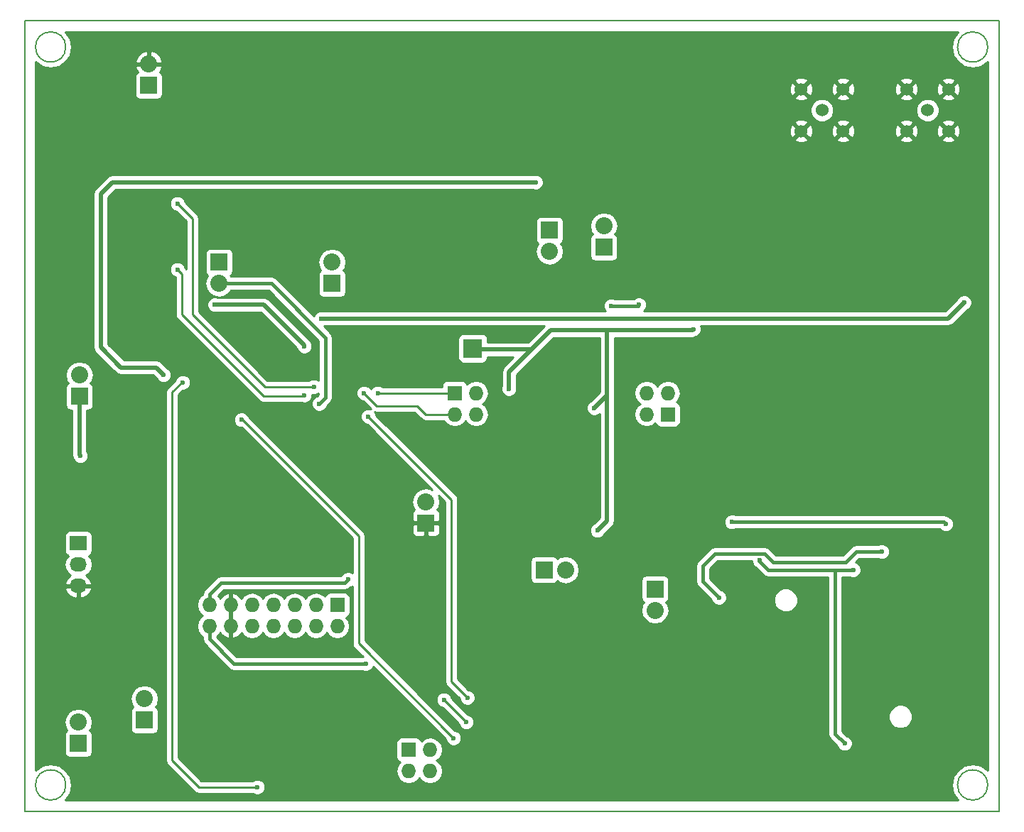
<source format=gbr>
%TF.GenerationSoftware,KiCad,Pcbnew,4.0.2+dfsg1-stable*%
%TF.CreationDate,2018-05-09T22:27:37+02:00*%
%TF.ProjectId,hermas_box,6865726D61735F626F782E6B69636164,rev?*%
%TF.FileFunction,Copper,L2,Bot,Signal*%
%FSLAX46Y46*%
G04 Gerber Fmt 4.6, Leading zero omitted, Abs format (unit mm)*
G04 Created by KiCad (PCBNEW 4.0.2+dfsg1-stable) date mer. 09 mai 2018 22:27:37 CEST*
%MOMM*%
G01*
G04 APERTURE LIST*
%ADD10C,0.100000*%
%ADD11C,0.150000*%
%ADD12C,1.524000*%
%ADD13R,2.032000X2.032000*%
%ADD14O,2.032000X2.032000*%
%ADD15R,2.032000X1.727200*%
%ADD16O,2.032000X1.727200*%
%ADD17R,1.727200X1.727200*%
%ADD18O,1.727200X1.727200*%
%ADD19R,2.235200X2.235200*%
%ADD20C,0.600000*%
%ADD21C,0.400000*%
%ADD22C,0.500000*%
%ADD23C,0.250000*%
%ADD24C,0.300000*%
%ADD25C,0.254000*%
G04 APERTURE END LIST*
D10*
D11*
X114708009Y91186000D02*
G75*
G03X114708009Y91186000I-1805009J0D01*
G01*
X114708009Y3175000D02*
G75*
G03X114708009Y3175000I-1805009J0D01*
G01*
X4853009Y3175000D02*
G75*
G03X4853009Y3175000I-1805009J0D01*
G01*
X4853009Y91186000D02*
G75*
G03X4853009Y91186000I-1805009J0D01*
G01*
X0Y94361000D02*
X116078000Y94361000D01*
X0Y94234000D02*
X0Y94361000D01*
X0Y94107000D02*
X0Y94234000D01*
X0Y0D02*
X0Y94107000D01*
X116078000Y0D02*
X0Y0D01*
X116078000Y94361000D02*
X116078000Y0D01*
D12*
X92456000Y81153000D03*
X97456000Y81153000D03*
X97456000Y86153000D03*
X92456000Y86153000D03*
X94956000Y83653000D03*
X105029000Y81153000D03*
X110029000Y81153000D03*
X110029000Y86153000D03*
X105029000Y86153000D03*
X107529000Y83653000D03*
D13*
X47752000Y34417000D03*
D14*
X47752000Y36957000D03*
D15*
X6350000Y32004000D03*
D16*
X6350000Y29464000D03*
X6350000Y26924000D03*
D17*
X37211000Y24638000D03*
D18*
X37211000Y22098000D03*
X34671000Y24638000D03*
X34671000Y22098000D03*
X32131000Y24638000D03*
X32131000Y22098000D03*
X29591000Y24638000D03*
X29591000Y22098000D03*
X27051000Y24638000D03*
X27051000Y22098000D03*
X24511000Y24638000D03*
X24511000Y22098000D03*
X21971000Y24638000D03*
X21971000Y22098000D03*
D13*
X14732000Y86614000D03*
D14*
X14732000Y89154000D03*
D13*
X6350000Y8128000D03*
D14*
X6350000Y10668000D03*
D13*
X6477000Y49530000D03*
D14*
X6477000Y52070000D03*
D13*
X14224000Y10922000D03*
D14*
X14224000Y13462000D03*
D17*
X51181000Y49911000D03*
D18*
X53721000Y49911000D03*
X51181000Y47371000D03*
X53721000Y47371000D03*
D13*
X61849000Y28829000D03*
D14*
X64389000Y28829000D03*
D13*
X75057000Y26543000D03*
D14*
X75057000Y24003000D03*
D13*
X62484000Y69342000D03*
D14*
X62484000Y66802000D03*
D13*
X68961000Y67310000D03*
D14*
X68961000Y69850000D03*
D17*
X76581000Y47371000D03*
D18*
X74041000Y47371000D03*
X76581000Y49911000D03*
X74041000Y49911000D03*
D13*
X36576000Y62992000D03*
D14*
X36576000Y65532000D03*
D13*
X23114000Y65532000D03*
D14*
X23114000Y62992000D03*
D17*
X45720000Y7366000D03*
D18*
X48260000Y7366000D03*
X45720000Y4826000D03*
X48260000Y4826000D03*
D19*
X53340000Y55245000D03*
D20*
X97917000Y64516000D03*
X91440000Y47625000D03*
X105791000Y50419000D03*
X104775000Y48387000D03*
X28194000Y39878000D03*
X61341000Y2540000D03*
X80899000Y34036000D03*
X94996000Y31750000D03*
X78994000Y67437000D03*
X55880000Y61595000D03*
X41656000Y61595000D03*
X38481000Y27686000D03*
X40640000Y17653000D03*
X6604000Y42418000D03*
X18161000Y64643000D03*
X33274000Y49657000D03*
X22606000Y60452000D03*
X33274000Y55499000D03*
X34417000Y50673000D03*
X18161000Y72517000D03*
X35052000Y48641000D03*
X84201000Y34544000D03*
X109728000Y34290000D03*
X82677000Y25527000D03*
X102108000Y30988000D03*
X52705000Y13589000D03*
X40894000Y47117000D03*
X25781000Y46736000D03*
X51054000Y8763000D03*
X27686000Y2921000D03*
X18796000Y51181000D03*
X16510000Y52070000D03*
X60833000Y75057000D03*
X49911000Y13335000D03*
X52578000Y10668000D03*
X69850000Y60325000D03*
X73152000Y60452000D03*
X68199000Y33528000D03*
X67818000Y48133000D03*
X57658000Y50419000D03*
X79629000Y57531000D03*
X42037000Y49911000D03*
X40386000Y49911000D03*
X35306000Y58801000D03*
X111887000Y60706000D03*
X97663000Y8128000D03*
X98679000Y28829000D03*
X87503000Y29972000D03*
D21*
X21971000Y25908000D02*
X21971000Y24638000D01*
X23368000Y27305000D02*
X21971000Y25908000D01*
X38100000Y27305000D02*
X23368000Y27305000D01*
X38481000Y27686000D02*
X38100000Y27305000D01*
X21971000Y22098000D02*
X21971000Y20574000D01*
X24892000Y17653000D02*
X40640000Y17653000D01*
X21971000Y20574000D02*
X24892000Y17653000D01*
D22*
X6477000Y49530000D02*
X6477000Y42545000D01*
X6477000Y42545000D02*
X6604000Y42418000D01*
X6604000Y42418000D02*
X6477000Y42545000D01*
D23*
X18669000Y64135000D02*
X18161000Y64643000D01*
X18669000Y59309000D02*
X18669000Y64135000D01*
X28448000Y49530000D02*
X18669000Y59309000D01*
X33147000Y49530000D02*
X28448000Y49530000D01*
X33274000Y49657000D02*
X33147000Y49530000D01*
D22*
X33274000Y55499000D02*
X33274000Y55626000D01*
X28448000Y60452000D02*
X22606000Y60452000D01*
X33274000Y55626000D02*
X28448000Y60452000D01*
D23*
X28575000Y50673000D02*
X34417000Y50673000D01*
X19939000Y59309000D02*
X28575000Y50673000D01*
X19939000Y70739000D02*
X19939000Y59309000D01*
X18161000Y72517000D02*
X19939000Y70739000D01*
D21*
X23114000Y62992000D02*
X29337000Y62992000D01*
X29337000Y62992000D02*
X35814000Y56515000D01*
X35814000Y56515000D02*
X35814000Y49403000D01*
X35814000Y49403000D02*
X35052000Y48641000D01*
D23*
X35814000Y56515000D02*
X29337000Y62992000D01*
X35814000Y49403000D02*
X35814000Y56515000D01*
X35179000Y48768000D02*
X35814000Y49403000D01*
X34925000Y48768000D02*
X35179000Y48768000D01*
X35052000Y48641000D02*
X34925000Y48768000D01*
D21*
X109474000Y34544000D02*
X84201000Y34544000D01*
X109728000Y34290000D02*
X109474000Y34544000D01*
X99060000Y30988000D02*
X97790000Y29718000D01*
X88138000Y30734000D02*
X87630000Y30734000D01*
X89154000Y29718000D02*
X88138000Y30734000D01*
X97790000Y29718000D02*
X89154000Y29718000D01*
X102108000Y30988000D02*
X99060000Y30988000D01*
X80772000Y27432000D02*
X82677000Y25527000D01*
X80772000Y29337000D02*
X80772000Y27432000D01*
X82169000Y30734000D02*
X80772000Y29337000D01*
X87630000Y30734000D02*
X82169000Y30734000D01*
D23*
X50800000Y15494000D02*
X52705000Y13589000D01*
X50800000Y37211000D02*
X50800000Y15494000D01*
X40894000Y47117000D02*
X50800000Y37211000D01*
X25781000Y46736000D02*
X25844500Y46799500D01*
X25844500Y46799500D02*
X25781000Y46736000D01*
X25781000Y46736000D02*
X25781000Y46863000D01*
X39751000Y32893000D02*
X25781000Y46863000D01*
X39751000Y20066000D02*
X39751000Y32893000D01*
X51054000Y8763000D02*
X39751000Y20066000D01*
X18796000Y51181000D02*
X18669000Y51181000D01*
X17526000Y6096000D02*
X20447000Y3175000D01*
X17526000Y50038000D02*
X17526000Y6096000D01*
X18669000Y51181000D02*
X17526000Y50038000D01*
X20701000Y2921000D02*
X27686000Y2921000D01*
X20447000Y3175000D02*
X20701000Y2921000D01*
D22*
X60833000Y75057000D02*
X10414000Y75057000D01*
X9017000Y55372000D02*
X11430000Y52959000D01*
X9017000Y73660000D02*
X9017000Y55372000D01*
X10414000Y75057000D02*
X9017000Y73660000D01*
X11430000Y52959000D02*
X15621000Y52959000D01*
X15621000Y52959000D02*
X16510000Y52070000D01*
D23*
X16510000Y52070000D02*
X15621000Y52959000D01*
X15621000Y52959000D02*
X11430000Y52959000D01*
D24*
X52578000Y10668000D02*
X49911000Y13335000D01*
D21*
X73025000Y60325000D02*
X69850000Y60325000D01*
X73152000Y60452000D02*
X73025000Y60325000D01*
D22*
X60325000Y55118000D02*
X53467000Y55118000D01*
X53467000Y55118000D02*
X53340000Y55245000D01*
X69342000Y49657000D02*
X69342000Y34671000D01*
X69342000Y34671000D02*
X68199000Y33528000D01*
X69342000Y57404000D02*
X69342000Y49657000D01*
X69342000Y49657000D02*
X67818000Y48133000D01*
X57658000Y52451000D02*
X57658000Y50419000D01*
X62611000Y57404000D02*
X60325000Y55118000D01*
X60325000Y55118000D02*
X57658000Y52451000D01*
X79502000Y57404000D02*
X69342000Y57404000D01*
X69342000Y57404000D02*
X62611000Y57404000D01*
X79629000Y57531000D02*
X79502000Y57404000D01*
D23*
X42037000Y49911000D02*
X51181000Y49911000D01*
X47752000Y47371000D02*
X51181000Y47371000D01*
X46736000Y48387000D02*
X47752000Y47371000D01*
X41910000Y48387000D02*
X46736000Y48387000D01*
X40386000Y49911000D02*
X41910000Y48387000D01*
D22*
X35306000Y58801000D02*
X109982000Y58801000D01*
X109982000Y58801000D02*
X111887000Y60706000D01*
D24*
X111887000Y60706000D02*
X109982000Y58801000D01*
D21*
X87503000Y29972000D02*
X87503000Y29845000D01*
X87503000Y29845000D02*
X88519000Y28829000D01*
X96520000Y9271000D02*
X96520000Y28829000D01*
X97663000Y8128000D02*
X96520000Y9271000D01*
X88519000Y28829000D02*
X96520000Y28829000D01*
X96520000Y28829000D02*
X98679000Y28829000D01*
D25*
G36*
X110579435Y92148452D02*
X110387991Y91186000D01*
X110579435Y90223548D01*
X111124620Y89407620D01*
X111940548Y88862435D01*
X112903000Y88670991D01*
X113865452Y88862435D01*
X114681000Y89407366D01*
X114681000Y4953634D01*
X113865452Y5498565D01*
X112903000Y5690009D01*
X111940548Y5498565D01*
X111124620Y4953380D01*
X110579435Y4137452D01*
X110387991Y3175000D01*
X110579435Y2212548D01*
X111124366Y1397000D01*
X4826634Y1397000D01*
X5371565Y2212548D01*
X5563009Y3175000D01*
X5371565Y4137452D01*
X4826380Y4953380D01*
X4010452Y5498565D01*
X3048000Y5690009D01*
X2085548Y5498565D01*
X1270000Y4953634D01*
X1270000Y10668000D01*
X4666655Y10668000D01*
X4792330Y10036190D01*
X5019499Y9696208D01*
X4882559Y9608090D01*
X4737569Y9395890D01*
X4686560Y9144000D01*
X4686560Y7112000D01*
X4730838Y6876683D01*
X4869910Y6660559D01*
X5082110Y6515569D01*
X5334000Y6464560D01*
X7366000Y6464560D01*
X7601317Y6508838D01*
X7817441Y6647910D01*
X7962431Y6860110D01*
X8013440Y7112000D01*
X8013440Y9144000D01*
X7969162Y9379317D01*
X7830090Y9595441D01*
X7681163Y9697198D01*
X7907670Y10036190D01*
X8033345Y10668000D01*
X7907670Y11299810D01*
X7549778Y11835433D01*
X7014155Y12193325D01*
X6382345Y12319000D01*
X6317655Y12319000D01*
X5685845Y12193325D01*
X5150222Y11835433D01*
X4792330Y11299810D01*
X4666655Y10668000D01*
X1270000Y10668000D01*
X1270000Y13462000D01*
X12540655Y13462000D01*
X12666330Y12830190D01*
X12893499Y12490208D01*
X12756559Y12402090D01*
X12611569Y12189890D01*
X12560560Y11938000D01*
X12560560Y9906000D01*
X12604838Y9670683D01*
X12743910Y9454559D01*
X12956110Y9309569D01*
X13208000Y9258560D01*
X15240000Y9258560D01*
X15475317Y9302838D01*
X15691441Y9441910D01*
X15836431Y9654110D01*
X15887440Y9906000D01*
X15887440Y11938000D01*
X15843162Y12173317D01*
X15704090Y12389441D01*
X15555163Y12491198D01*
X15781670Y12830190D01*
X15907345Y13462000D01*
X15781670Y14093810D01*
X15423778Y14629433D01*
X14888155Y14987325D01*
X14256345Y15113000D01*
X14191655Y15113000D01*
X13559845Y14987325D01*
X13024222Y14629433D01*
X12666330Y14093810D01*
X12540655Y13462000D01*
X1270000Y13462000D01*
X1270000Y26564974D01*
X4742642Y26564974D01*
X4745291Y26549209D01*
X4999268Y26021964D01*
X5435680Y25632046D01*
X5988087Y25438816D01*
X6223000Y25583076D01*
X6223000Y26797000D01*
X6477000Y26797000D01*
X6477000Y25583076D01*
X6711913Y25438816D01*
X7264320Y25632046D01*
X7700732Y26021964D01*
X7954709Y26549209D01*
X7957358Y26564974D01*
X7836217Y26797000D01*
X6477000Y26797000D01*
X6223000Y26797000D01*
X4863783Y26797000D01*
X4742642Y26564974D01*
X1270000Y26564974D01*
X1270000Y29464000D01*
X4666655Y29464000D01*
X4780729Y28890511D01*
X5105585Y28404330D01*
X5415069Y28197539D01*
X4999268Y27826036D01*
X4745291Y27298791D01*
X4742642Y27283026D01*
X4863783Y27051000D01*
X6223000Y27051000D01*
X6223000Y27071000D01*
X6477000Y27071000D01*
X6477000Y27051000D01*
X7836217Y27051000D01*
X7957358Y27283026D01*
X7954709Y27298791D01*
X7700732Y27826036D01*
X7284931Y28197539D01*
X7594415Y28404330D01*
X7919271Y28890511D01*
X8033345Y29464000D01*
X7919271Y30037489D01*
X7594415Y30523670D01*
X7580087Y30533243D01*
X7601317Y30537238D01*
X7817441Y30676310D01*
X7962431Y30888510D01*
X8013440Y31140400D01*
X8013440Y32867600D01*
X7969162Y33102917D01*
X7830090Y33319041D01*
X7617890Y33464031D01*
X7366000Y33515040D01*
X5334000Y33515040D01*
X5098683Y33470762D01*
X4882559Y33331690D01*
X4737569Y33119490D01*
X4686560Y32867600D01*
X4686560Y31140400D01*
X4730838Y30905083D01*
X4869910Y30688959D01*
X5082110Y30543969D01*
X5123439Y30535600D01*
X5105585Y30523670D01*
X4780729Y30037489D01*
X4666655Y29464000D01*
X1270000Y29464000D01*
X1270000Y52070000D01*
X4793655Y52070000D01*
X4919330Y51438190D01*
X5146499Y51098208D01*
X5009559Y51010090D01*
X4864569Y50797890D01*
X4813560Y50546000D01*
X4813560Y48514000D01*
X4857838Y48278683D01*
X4996910Y48062559D01*
X5209110Y47917569D01*
X5461000Y47866560D01*
X5592000Y47866560D01*
X5592000Y42545005D01*
X5591999Y42545000D01*
X5648190Y42262516D01*
X5659367Y42206325D01*
X5712887Y42126226D01*
X5810883Y41889057D01*
X6073673Y41625808D01*
X6417201Y41483162D01*
X6789167Y41482838D01*
X7132943Y41624883D01*
X7396192Y41887673D01*
X7538838Y42231201D01*
X7539162Y42603167D01*
X7397117Y42946943D01*
X7362000Y42982121D01*
X7362000Y47866560D01*
X7493000Y47866560D01*
X7728317Y47910838D01*
X7944441Y48049910D01*
X8089431Y48262110D01*
X8140440Y48514000D01*
X8140440Y50038000D01*
X16766000Y50038000D01*
X16766000Y6096000D01*
X16823852Y5805161D01*
X16988599Y5558599D01*
X20163599Y2383599D01*
X20410160Y2218852D01*
X20701000Y2161000D01*
X27123537Y2161000D01*
X27155673Y2128808D01*
X27499201Y1986162D01*
X27871167Y1985838D01*
X28214943Y2127883D01*
X28478192Y2390673D01*
X28620838Y2734201D01*
X28621162Y3106167D01*
X28479117Y3449943D01*
X28216327Y3713192D01*
X27872799Y3855838D01*
X27500833Y3856162D01*
X27157057Y3714117D01*
X27123882Y3681000D01*
X21015802Y3681000D01*
X19870802Y4826000D01*
X44192041Y4826000D01*
X44306115Y4252511D01*
X44630971Y3766330D01*
X45117152Y3441474D01*
X45690641Y3327400D01*
X45749359Y3327400D01*
X46322848Y3441474D01*
X46809029Y3766330D01*
X46990000Y4037172D01*
X47170971Y3766330D01*
X47657152Y3441474D01*
X48230641Y3327400D01*
X48289359Y3327400D01*
X48862848Y3441474D01*
X49349029Y3766330D01*
X49673885Y4252511D01*
X49787959Y4826000D01*
X49673885Y5399489D01*
X49349029Y5885670D01*
X49034248Y6096000D01*
X49349029Y6306330D01*
X49673885Y6792511D01*
X49787959Y7366000D01*
X49673885Y7939489D01*
X49349029Y8425670D01*
X48862848Y8750526D01*
X48289359Y8864600D01*
X48230641Y8864600D01*
X47657152Y8750526D01*
X47191558Y8439426D01*
X47186762Y8464917D01*
X47047690Y8681041D01*
X46835490Y8826031D01*
X46583600Y8877040D01*
X44856400Y8877040D01*
X44621083Y8832762D01*
X44404959Y8693690D01*
X44259969Y8481490D01*
X44208960Y8229600D01*
X44208960Y6502400D01*
X44253238Y6267083D01*
X44392310Y6050959D01*
X44604510Y5905969D01*
X44648131Y5897136D01*
X44630971Y5885670D01*
X44306115Y5399489D01*
X44192041Y4826000D01*
X19870802Y4826000D01*
X18286000Y6410802D01*
X18286000Y24667359D01*
X20472400Y24667359D01*
X20472400Y24608641D01*
X20586474Y24035152D01*
X20911330Y23548971D01*
X21182172Y23368000D01*
X20911330Y23187029D01*
X20586474Y22700848D01*
X20472400Y22127359D01*
X20472400Y22068641D01*
X20586474Y21495152D01*
X20911330Y21008971D01*
X21136000Y20858851D01*
X21136000Y20574000D01*
X21199561Y20254459D01*
X21380566Y19983566D01*
X24301566Y17062566D01*
X24572459Y16881561D01*
X24892000Y16818000D01*
X40212766Y16818000D01*
X40453201Y16718162D01*
X40825167Y16717838D01*
X41168943Y16859883D01*
X41432192Y17122673D01*
X41487156Y17255042D01*
X50118878Y8623320D01*
X50118838Y8577833D01*
X50260883Y8234057D01*
X50523673Y7970808D01*
X50867201Y7828162D01*
X51239167Y7827838D01*
X51582943Y7969883D01*
X51846192Y8232673D01*
X51988838Y8576201D01*
X51989162Y8948167D01*
X51847117Y9291943D01*
X51584327Y9555192D01*
X51240799Y9697838D01*
X51193923Y9697879D01*
X47741969Y13149833D01*
X48975838Y13149833D01*
X49117883Y12806057D01*
X49380673Y12542808D01*
X49724201Y12400162D01*
X49735690Y12400152D01*
X51642847Y10492995D01*
X51642838Y10482833D01*
X51784883Y10139057D01*
X52047673Y9875808D01*
X52391201Y9733162D01*
X52763167Y9732838D01*
X53106943Y9874883D01*
X53370192Y10137673D01*
X53512838Y10481201D01*
X53513162Y10853167D01*
X53371117Y11196943D01*
X53108327Y11460192D01*
X52764799Y11602838D01*
X52753310Y11602848D01*
X50846153Y13510005D01*
X50846162Y13520167D01*
X50704117Y13863943D01*
X50441327Y14127192D01*
X50097799Y14269838D01*
X49725833Y14270162D01*
X49382057Y14128117D01*
X49118808Y13865327D01*
X48976162Y13521799D01*
X48975838Y13149833D01*
X47741969Y13149833D01*
X40511000Y20380802D01*
X40511000Y32893000D01*
X40453148Y33183839D01*
X40453148Y33183840D01*
X40288401Y33430401D01*
X39587552Y34131250D01*
X46101000Y34131250D01*
X46101000Y33274690D01*
X46197673Y33041301D01*
X46376302Y32862673D01*
X46609691Y32766000D01*
X47466250Y32766000D01*
X47625000Y32924750D01*
X47625000Y34290000D01*
X47879000Y34290000D01*
X47879000Y32924750D01*
X48037750Y32766000D01*
X48894309Y32766000D01*
X49127698Y32862673D01*
X49306327Y33041301D01*
X49403000Y33274690D01*
X49403000Y34131250D01*
X49244250Y34290000D01*
X47879000Y34290000D01*
X47625000Y34290000D01*
X46259750Y34290000D01*
X46101000Y34131250D01*
X39587552Y34131250D01*
X26658794Y47060008D01*
X26574117Y47264943D01*
X26311327Y47528192D01*
X25967799Y47670838D01*
X25595833Y47671162D01*
X25252057Y47529117D01*
X24988808Y47266327D01*
X24846162Y46922799D01*
X24845838Y46550833D01*
X24987883Y46207057D01*
X25250673Y45943808D01*
X25594201Y45801162D01*
X25768188Y45801010D01*
X38991000Y32578198D01*
X38991000Y28486633D01*
X38667799Y28620838D01*
X38295833Y28621162D01*
X37952057Y28479117D01*
X37688808Y28216327D01*
X37657114Y28140000D01*
X23368000Y28140000D01*
X23048459Y28076439D01*
X22777566Y27895434D01*
X21380566Y26498434D01*
X21199561Y26227541D01*
X21136000Y25908000D01*
X21136000Y25877149D01*
X20911330Y25727029D01*
X20586474Y25240848D01*
X20472400Y24667359D01*
X18286000Y24667359D01*
X18286000Y49723198D01*
X18808790Y50245988D01*
X18981167Y50245838D01*
X19324943Y50387883D01*
X19588192Y50650673D01*
X19730838Y50994201D01*
X19731162Y51366167D01*
X19589117Y51709943D01*
X19326327Y51973192D01*
X18982799Y52115838D01*
X18610833Y52116162D01*
X18267057Y51974117D01*
X18003808Y51711327D01*
X17918087Y51504889D01*
X16988599Y50575401D01*
X16823852Y50328839D01*
X16766000Y50038000D01*
X8140440Y50038000D01*
X8140440Y50546000D01*
X8096162Y50781317D01*
X7957090Y50997441D01*
X7808163Y51099198D01*
X8034670Y51438190D01*
X8160345Y52070000D01*
X8034670Y52701810D01*
X7676778Y53237433D01*
X7141155Y53595325D01*
X6509345Y53721000D01*
X6444655Y53721000D01*
X5812845Y53595325D01*
X5277222Y53237433D01*
X4919330Y52701810D01*
X4793655Y52070000D01*
X1270000Y52070000D01*
X1270000Y73660000D01*
X8131999Y73660000D01*
X8132000Y73659995D01*
X8132000Y55372005D01*
X8131999Y55372000D01*
X8174105Y55160325D01*
X8199367Y55033325D01*
X8242566Y54968673D01*
X8391210Y54746210D01*
X10804208Y52333213D01*
X10804210Y52333210D01*
X11005071Y52199000D01*
X11091325Y52141367D01*
X11430000Y52074000D01*
X15254420Y52074000D01*
X15667255Y51661165D01*
X15716883Y51541057D01*
X15979673Y51277808D01*
X16323201Y51135162D01*
X16695167Y51134838D01*
X17038943Y51276883D01*
X17302192Y51539673D01*
X17444838Y51883201D01*
X17445162Y52255167D01*
X17303117Y52598943D01*
X17040327Y52862192D01*
X16919013Y52912566D01*
X16246790Y53584790D01*
X16231023Y53595325D01*
X15959675Y53776633D01*
X15903484Y53787810D01*
X15621000Y53844001D01*
X15620995Y53844000D01*
X11796579Y53844000D01*
X9902000Y55738580D01*
X9902000Y72331833D01*
X17225838Y72331833D01*
X17367883Y71988057D01*
X17630673Y71724808D01*
X17974201Y71582162D01*
X18021077Y71582121D01*
X19179000Y70424198D01*
X19179000Y64699802D01*
X19096122Y64782680D01*
X19096162Y64828167D01*
X18954117Y65171943D01*
X18691327Y65435192D01*
X18347799Y65577838D01*
X17975833Y65578162D01*
X17632057Y65436117D01*
X17368808Y65173327D01*
X17226162Y64829799D01*
X17225838Y64457833D01*
X17367883Y64114057D01*
X17630673Y63850808D01*
X17909000Y63735236D01*
X17909000Y59309000D01*
X17966852Y59018161D01*
X18131599Y58771599D01*
X27910599Y48992599D01*
X28157160Y48827852D01*
X28205414Y48818254D01*
X28448000Y48770000D01*
X32971995Y48770000D01*
X33087201Y48722162D01*
X33459167Y48721838D01*
X33802943Y48863883D01*
X34066192Y49126673D01*
X34208838Y49470201D01*
X34209079Y49746933D01*
X34230201Y49738162D01*
X34602167Y49737838D01*
X34945943Y49879883D01*
X34979000Y49912882D01*
X34979000Y49748868D01*
X34763667Y49533535D01*
X34523057Y49434117D01*
X34407309Y49318571D01*
X34387599Y49305401D01*
X34374544Y49285863D01*
X34259808Y49171327D01*
X34117162Y48827799D01*
X34116838Y48455833D01*
X34258883Y48112057D01*
X34521673Y47848808D01*
X34865201Y47706162D01*
X35237167Y47705838D01*
X35580943Y47847883D01*
X35844192Y48110673D01*
X35944778Y48352910D01*
X36404434Y48812566D01*
X36585440Y49083460D01*
X36649000Y49403000D01*
X36649000Y49725833D01*
X39450838Y49725833D01*
X39592883Y49382057D01*
X39855673Y49118808D01*
X40199201Y48976162D01*
X40246077Y48976121D01*
X41233957Y47988241D01*
X41080799Y48051838D01*
X40708833Y48052162D01*
X40365057Y47910117D01*
X40101808Y47647327D01*
X39959162Y47303799D01*
X39958838Y46931833D01*
X40100883Y46588057D01*
X40363673Y46324808D01*
X40707201Y46182162D01*
X40754077Y46182121D01*
X48529825Y38406373D01*
X48416155Y38482325D01*
X47784345Y38608000D01*
X47719655Y38608000D01*
X47087845Y38482325D01*
X46552222Y38124433D01*
X46194330Y37588810D01*
X46068655Y36957000D01*
X46194330Y36325190D01*
X46418966Y35988999D01*
X46376302Y35971327D01*
X46197673Y35792699D01*
X46101000Y35559310D01*
X46101000Y34702750D01*
X46259750Y34544000D01*
X47625000Y34544000D01*
X47625000Y34564000D01*
X47879000Y34564000D01*
X47879000Y34544000D01*
X49244250Y34544000D01*
X49403000Y34702750D01*
X49403000Y35559310D01*
X49306327Y35792699D01*
X49127698Y35971327D01*
X49085034Y35988999D01*
X49309670Y36325190D01*
X49435345Y36957000D01*
X49309670Y37588810D01*
X49233718Y37702480D01*
X50040000Y36896198D01*
X50040000Y15494000D01*
X50097852Y15203161D01*
X50262599Y14956599D01*
X51769878Y13449320D01*
X51769838Y13403833D01*
X51911883Y13060057D01*
X52174673Y12796808D01*
X52518201Y12654162D01*
X52890167Y12653838D01*
X53233943Y12795883D01*
X53497192Y13058673D01*
X53639838Y13402201D01*
X53640162Y13774167D01*
X53498117Y14117943D01*
X53235327Y14381192D01*
X52891799Y14523838D01*
X52844923Y14523879D01*
X51560000Y15808802D01*
X51560000Y24003000D01*
X73373655Y24003000D01*
X73499330Y23371190D01*
X73857222Y22835567D01*
X74392845Y22477675D01*
X75024655Y22352000D01*
X75089345Y22352000D01*
X75721155Y22477675D01*
X76256778Y22835567D01*
X76614670Y23371190D01*
X76740345Y24003000D01*
X76614670Y24634810D01*
X76387501Y24974792D01*
X76524441Y25062910D01*
X76669431Y25275110D01*
X76720440Y25527000D01*
X76720440Y27559000D01*
X76676162Y27794317D01*
X76537090Y28010441D01*
X76324890Y28155431D01*
X76073000Y28206440D01*
X74041000Y28206440D01*
X73805683Y28162162D01*
X73589559Y28023090D01*
X73444569Y27810890D01*
X73393560Y27559000D01*
X73393560Y25527000D01*
X73437838Y25291683D01*
X73576910Y25075559D01*
X73725837Y24973802D01*
X73499330Y24634810D01*
X73373655Y24003000D01*
X51560000Y24003000D01*
X51560000Y29845000D01*
X60185560Y29845000D01*
X60185560Y27813000D01*
X60229838Y27577683D01*
X60368910Y27361559D01*
X60581110Y27216569D01*
X60833000Y27165560D01*
X62865000Y27165560D01*
X63100317Y27209838D01*
X63316441Y27348910D01*
X63418198Y27497837D01*
X63757190Y27271330D01*
X64389000Y27145655D01*
X65020810Y27271330D01*
X65556433Y27629222D01*
X65914325Y28164845D01*
X66040000Y28796655D01*
X66040000Y28861345D01*
X65945387Y29337000D01*
X79937000Y29337000D01*
X79937000Y27432000D01*
X80000561Y27112459D01*
X80011849Y27095566D01*
X80181566Y26841566D01*
X81784465Y25238667D01*
X81883883Y24998057D01*
X82146673Y24734808D01*
X82490201Y24592162D01*
X82862167Y24591838D01*
X83205943Y24733883D01*
X83425255Y24952813D01*
X89193752Y24952813D01*
X89411757Y24425200D01*
X89815077Y24021176D01*
X90342309Y23802250D01*
X90913187Y23801752D01*
X91440800Y24019757D01*
X91844824Y24423077D01*
X92063750Y24950309D01*
X92064248Y25521187D01*
X91846243Y26048800D01*
X91442923Y26452824D01*
X90915691Y26671750D01*
X90344813Y26672248D01*
X89817200Y26454243D01*
X89413176Y26050923D01*
X89194250Y25523691D01*
X89193752Y24952813D01*
X83425255Y24952813D01*
X83469192Y24996673D01*
X83611838Y25340201D01*
X83612162Y25712167D01*
X83470117Y26055943D01*
X83207327Y26319192D01*
X82965090Y26419778D01*
X81607000Y27777868D01*
X81607000Y28991132D01*
X82514868Y29899000D01*
X86567936Y29899000D01*
X86567838Y29786833D01*
X86709883Y29443057D01*
X86972673Y29179808D01*
X86997728Y29169404D01*
X87928566Y28238566D01*
X88199459Y28057561D01*
X88519000Y27994000D01*
X95685000Y27994000D01*
X95685000Y9271000D01*
X95748561Y8951459D01*
X95882820Y8750526D01*
X95929566Y8680566D01*
X96770465Y7839667D01*
X96869883Y7599057D01*
X97132673Y7335808D01*
X97476201Y7193162D01*
X97848167Y7192838D01*
X98191943Y7334883D01*
X98455192Y7597673D01*
X98597838Y7941201D01*
X98598162Y8313167D01*
X98456117Y8656943D01*
X98193327Y8920192D01*
X97951090Y9020778D01*
X97355000Y9616868D01*
X97355000Y11052813D01*
X102863752Y11052813D01*
X103081757Y10525200D01*
X103485077Y10121176D01*
X104012309Y9902250D01*
X104583187Y9901752D01*
X105110800Y10119757D01*
X105514824Y10523077D01*
X105733750Y11050309D01*
X105734248Y11621187D01*
X105516243Y12148800D01*
X105112923Y12552824D01*
X104585691Y12771750D01*
X104014813Y12772248D01*
X103487200Y12554243D01*
X103083176Y12150923D01*
X102864250Y11623691D01*
X102863752Y11052813D01*
X97355000Y11052813D01*
X97355000Y27994000D01*
X98251766Y27994000D01*
X98492201Y27894162D01*
X98864167Y27893838D01*
X99207943Y28035883D01*
X99471192Y28298673D01*
X99613838Y28642201D01*
X99614162Y29014167D01*
X99472117Y29357943D01*
X99209327Y29621192D01*
X98972429Y29719561D01*
X99405868Y30153000D01*
X101680766Y30153000D01*
X101921201Y30053162D01*
X102293167Y30052838D01*
X102636943Y30194883D01*
X102900192Y30457673D01*
X103042838Y30801201D01*
X103043162Y31173167D01*
X102901117Y31516943D01*
X102638327Y31780192D01*
X102294799Y31922838D01*
X101922833Y31923162D01*
X101680422Y31823000D01*
X99060000Y31823000D01*
X98740459Y31759439D01*
X98469566Y31578434D01*
X97444132Y30553000D01*
X89499868Y30553000D01*
X88728434Y31324434D01*
X88457541Y31505439D01*
X88138000Y31569000D01*
X82169000Y31569000D01*
X81849459Y31505439D01*
X81578566Y31324434D01*
X80181566Y29927434D01*
X80000561Y29656541D01*
X79937000Y29337000D01*
X65945387Y29337000D01*
X65914325Y29493155D01*
X65556433Y30028778D01*
X65020810Y30386670D01*
X64389000Y30512345D01*
X63757190Y30386670D01*
X63417208Y30159501D01*
X63329090Y30296441D01*
X63116890Y30441431D01*
X62865000Y30492440D01*
X60833000Y30492440D01*
X60597683Y30448162D01*
X60381559Y30309090D01*
X60236569Y30096890D01*
X60185560Y29845000D01*
X51560000Y29845000D01*
X51560000Y37211000D01*
X51502148Y37501839D01*
X51337401Y37748401D01*
X41829122Y47256680D01*
X41829162Y47302167D01*
X41687117Y47645943D01*
X41655490Y47677626D01*
X41667414Y47675254D01*
X41910000Y47627000D01*
X46421198Y47627000D01*
X47214599Y46833599D01*
X47461161Y46668852D01*
X47752000Y46611000D01*
X49891738Y46611000D01*
X50091971Y46311330D01*
X50578152Y45986474D01*
X51151641Y45872400D01*
X51210359Y45872400D01*
X51783848Y45986474D01*
X52270029Y46311330D01*
X52451000Y46582172D01*
X52631971Y46311330D01*
X53118152Y45986474D01*
X53691641Y45872400D01*
X53750359Y45872400D01*
X54323848Y45986474D01*
X54810029Y46311330D01*
X55134885Y46797511D01*
X55248959Y47371000D01*
X55134885Y47944489D01*
X54810029Y48430670D01*
X54495248Y48641000D01*
X54810029Y48851330D01*
X55134885Y49337511D01*
X55248959Y49911000D01*
X55134885Y50484489D01*
X54810029Y50970670D01*
X54323848Y51295526D01*
X53750359Y51409600D01*
X53691641Y51409600D01*
X53118152Y51295526D01*
X52652558Y50984426D01*
X52647762Y51009917D01*
X52508690Y51226041D01*
X52296490Y51371031D01*
X52044600Y51422040D01*
X50317400Y51422040D01*
X50082083Y51377762D01*
X49865959Y51238690D01*
X49720969Y51026490D01*
X49669960Y50774600D01*
X49669960Y50671000D01*
X42599463Y50671000D01*
X42567327Y50703192D01*
X42223799Y50845838D01*
X41851833Y50846162D01*
X41508057Y50704117D01*
X41244808Y50441327D01*
X41211595Y50361341D01*
X41179117Y50439943D01*
X40916327Y50703192D01*
X40572799Y50845838D01*
X40200833Y50846162D01*
X39857057Y50704117D01*
X39593808Y50441327D01*
X39451162Y50097799D01*
X39450838Y49725833D01*
X36649000Y49725833D01*
X36649000Y56515000D01*
X36585439Y56834541D01*
X36404434Y57105434D01*
X35599336Y57910532D01*
X35612569Y57916000D01*
X61871421Y57916000D01*
X59958420Y56003000D01*
X55105040Y56003000D01*
X55105040Y56362600D01*
X55060762Y56597917D01*
X54921690Y56814041D01*
X54709490Y56959031D01*
X54457600Y57010040D01*
X52222400Y57010040D01*
X51987083Y56965762D01*
X51770959Y56826690D01*
X51625969Y56614490D01*
X51574960Y56362600D01*
X51574960Y54127400D01*
X51619238Y53892083D01*
X51758310Y53675959D01*
X51970510Y53530969D01*
X52222400Y53479960D01*
X54457600Y53479960D01*
X54692917Y53524238D01*
X54909041Y53663310D01*
X55054031Y53875510D01*
X55105040Y54127400D01*
X55105040Y54233000D01*
X58188420Y54233000D01*
X57032210Y53076790D01*
X56840367Y52789675D01*
X56840367Y52789674D01*
X56772999Y52451000D01*
X56773000Y52450995D01*
X56773000Y50725822D01*
X56723162Y50605799D01*
X56722838Y50233833D01*
X56864883Y49890057D01*
X57127673Y49626808D01*
X57471201Y49484162D01*
X57843167Y49483838D01*
X58186943Y49625883D01*
X58450192Y49888673D01*
X58592838Y50232201D01*
X58593162Y50604167D01*
X58543000Y50725569D01*
X58543000Y52084420D01*
X60950787Y54492208D01*
X60950790Y54492210D01*
X60950791Y54492211D01*
X62977579Y56519000D01*
X68457000Y56519000D01*
X68457000Y50023579D01*
X67409164Y48975744D01*
X67289057Y48926117D01*
X67025808Y48663327D01*
X66883162Y48319799D01*
X66882838Y47947833D01*
X67024883Y47604057D01*
X67287673Y47340808D01*
X67631201Y47198162D01*
X68003167Y47197838D01*
X68346943Y47339883D01*
X68457000Y47449748D01*
X68457000Y35037579D01*
X67790164Y34370744D01*
X67670057Y34321117D01*
X67406808Y34058327D01*
X67264162Y33714799D01*
X67263838Y33342833D01*
X67405883Y32999057D01*
X67668673Y32735808D01*
X68012201Y32593162D01*
X68384167Y32592838D01*
X68727943Y32734883D01*
X68991192Y32997673D01*
X69041566Y33118986D01*
X69967787Y34045208D01*
X69967790Y34045210D01*
X70159633Y34332325D01*
X70164905Y34358833D01*
X83265838Y34358833D01*
X83407883Y34015057D01*
X83670673Y33751808D01*
X84014201Y33609162D01*
X84386167Y33608838D01*
X84628578Y33709000D01*
X108986849Y33709000D01*
X109197673Y33497808D01*
X109541201Y33355162D01*
X109913167Y33354838D01*
X110256943Y33496883D01*
X110520192Y33759673D01*
X110662838Y34103201D01*
X110663162Y34475167D01*
X110521117Y34818943D01*
X110258327Y35082192D01*
X109952669Y35209113D01*
X109793541Y35315439D01*
X109474000Y35379000D01*
X84628234Y35379000D01*
X84387799Y35478838D01*
X84015833Y35479162D01*
X83672057Y35337117D01*
X83408808Y35074327D01*
X83266162Y34730799D01*
X83265838Y34358833D01*
X70164905Y34358833D01*
X70185594Y34462838D01*
X70227001Y34671000D01*
X70227000Y34671005D01*
X70227000Y49911000D01*
X72513041Y49911000D01*
X72627115Y49337511D01*
X72951971Y48851330D01*
X73266752Y48641000D01*
X72951971Y48430670D01*
X72627115Y47944489D01*
X72513041Y47371000D01*
X72627115Y46797511D01*
X72951971Y46311330D01*
X73438152Y45986474D01*
X74011641Y45872400D01*
X74070359Y45872400D01*
X74643848Y45986474D01*
X75109442Y46297574D01*
X75114238Y46272083D01*
X75253310Y46055959D01*
X75465510Y45910969D01*
X75717400Y45859960D01*
X77444600Y45859960D01*
X77679917Y45904238D01*
X77896041Y46043310D01*
X78041031Y46255510D01*
X78092040Y46507400D01*
X78092040Y48234600D01*
X78047762Y48469917D01*
X77908690Y48686041D01*
X77696490Y48831031D01*
X77652869Y48839864D01*
X77670029Y48851330D01*
X77994885Y49337511D01*
X78108959Y49911000D01*
X77994885Y50484489D01*
X77670029Y50970670D01*
X77183848Y51295526D01*
X76610359Y51409600D01*
X76551641Y51409600D01*
X75978152Y51295526D01*
X75491971Y50970670D01*
X75311000Y50699828D01*
X75130029Y50970670D01*
X74643848Y51295526D01*
X74070359Y51409600D01*
X74011641Y51409600D01*
X73438152Y51295526D01*
X72951971Y50970670D01*
X72627115Y50484489D01*
X72513041Y49911000D01*
X70227000Y49911000D01*
X70227000Y56519000D01*
X79501995Y56519000D01*
X79502000Y56518999D01*
X79784484Y56575190D01*
X79840675Y56586367D01*
X79920774Y56639887D01*
X80157943Y56737883D01*
X80421192Y57000673D01*
X80563838Y57344201D01*
X80564162Y57716167D01*
X80481593Y57916000D01*
X109981995Y57916000D01*
X109982000Y57915999D01*
X110264484Y57972190D01*
X110320675Y57983367D01*
X110607790Y58175210D01*
X112295834Y59863255D01*
X112415943Y59912883D01*
X112679192Y60175673D01*
X112821838Y60519201D01*
X112822162Y60891167D01*
X112680117Y61234943D01*
X112417327Y61498192D01*
X112073799Y61640838D01*
X111701833Y61641162D01*
X111358057Y61499117D01*
X111094808Y61236327D01*
X111044434Y61115013D01*
X109615420Y59686000D01*
X73708107Y59686000D01*
X73944192Y59921673D01*
X74086838Y60265201D01*
X74087162Y60637167D01*
X73945117Y60980943D01*
X73682327Y61244192D01*
X73338799Y61386838D01*
X72966833Y61387162D01*
X72623057Y61245117D01*
X72537791Y61160000D01*
X70277234Y61160000D01*
X70036799Y61259838D01*
X69664833Y61260162D01*
X69321057Y61118117D01*
X69057808Y60855327D01*
X68915162Y60511799D01*
X68914838Y60139833D01*
X69056883Y59796057D01*
X69166748Y59686000D01*
X35612822Y59686000D01*
X35492799Y59735838D01*
X35120833Y59736162D01*
X34777057Y59594117D01*
X34513808Y59331327D01*
X34415439Y59094429D01*
X29927434Y63582434D01*
X29760242Y63694148D01*
X29656541Y63763439D01*
X29337000Y63827000D01*
X24535903Y63827000D01*
X24444501Y63963792D01*
X24581441Y64051910D01*
X24726431Y64264110D01*
X24777440Y64516000D01*
X24777440Y65532000D01*
X34892655Y65532000D01*
X35018330Y64900190D01*
X35245499Y64560208D01*
X35108559Y64472090D01*
X34963569Y64259890D01*
X34912560Y64008000D01*
X34912560Y61976000D01*
X34956838Y61740683D01*
X35095910Y61524559D01*
X35308110Y61379569D01*
X35560000Y61328560D01*
X37592000Y61328560D01*
X37827317Y61372838D01*
X38043441Y61511910D01*
X38188431Y61724110D01*
X38239440Y61976000D01*
X38239440Y64008000D01*
X38195162Y64243317D01*
X38056090Y64459441D01*
X37907163Y64561198D01*
X38133670Y64900190D01*
X38259345Y65532000D01*
X38133670Y66163810D01*
X37775778Y66699433D01*
X37622276Y66802000D01*
X60800655Y66802000D01*
X60926330Y66170190D01*
X61284222Y65634567D01*
X61819845Y65276675D01*
X62451655Y65151000D01*
X62516345Y65151000D01*
X63148155Y65276675D01*
X63683778Y65634567D01*
X64041670Y66170190D01*
X64167345Y66802000D01*
X64041670Y67433810D01*
X63814501Y67773792D01*
X63951441Y67861910D01*
X64096431Y68074110D01*
X64147440Y68326000D01*
X64147440Y69850000D01*
X67277655Y69850000D01*
X67403330Y69218190D01*
X67630499Y68878208D01*
X67493559Y68790090D01*
X67348569Y68577890D01*
X67297560Y68326000D01*
X67297560Y66294000D01*
X67341838Y66058683D01*
X67480910Y65842559D01*
X67693110Y65697569D01*
X67945000Y65646560D01*
X69977000Y65646560D01*
X70212317Y65690838D01*
X70428441Y65829910D01*
X70573431Y66042110D01*
X70624440Y66294000D01*
X70624440Y68326000D01*
X70580162Y68561317D01*
X70441090Y68777441D01*
X70292163Y68879198D01*
X70518670Y69218190D01*
X70644345Y69850000D01*
X70518670Y70481810D01*
X70160778Y71017433D01*
X69625155Y71375325D01*
X68993345Y71501000D01*
X68928655Y71501000D01*
X68296845Y71375325D01*
X67761222Y71017433D01*
X67403330Y70481810D01*
X67277655Y69850000D01*
X64147440Y69850000D01*
X64147440Y70358000D01*
X64103162Y70593317D01*
X63964090Y70809441D01*
X63751890Y70954431D01*
X63500000Y71005440D01*
X61468000Y71005440D01*
X61232683Y70961162D01*
X61016559Y70822090D01*
X60871569Y70609890D01*
X60820560Y70358000D01*
X60820560Y68326000D01*
X60864838Y68090683D01*
X61003910Y67874559D01*
X61152837Y67772802D01*
X60926330Y67433810D01*
X60800655Y66802000D01*
X37622276Y66802000D01*
X37240155Y67057325D01*
X36608345Y67183000D01*
X36543655Y67183000D01*
X35911845Y67057325D01*
X35376222Y66699433D01*
X35018330Y66163810D01*
X34892655Y65532000D01*
X24777440Y65532000D01*
X24777440Y66548000D01*
X24733162Y66783317D01*
X24594090Y66999441D01*
X24381890Y67144431D01*
X24130000Y67195440D01*
X22098000Y67195440D01*
X21862683Y67151162D01*
X21646559Y67012090D01*
X21501569Y66799890D01*
X21450560Y66548000D01*
X21450560Y64516000D01*
X21494838Y64280683D01*
X21633910Y64064559D01*
X21782837Y63962802D01*
X21556330Y63623810D01*
X21430655Y62992000D01*
X21556330Y62360190D01*
X21914222Y61824567D01*
X22449845Y61466675D01*
X23081655Y61341000D01*
X23146345Y61341000D01*
X23778155Y61466675D01*
X24313778Y61824567D01*
X24535903Y62157000D01*
X28991132Y62157000D01*
X34979000Y56169132D01*
X34979000Y51433464D01*
X34947327Y51465192D01*
X34603799Y51607838D01*
X34231833Y51608162D01*
X33888057Y51466117D01*
X33854882Y51433000D01*
X28889802Y51433000D01*
X20699000Y59623802D01*
X20699000Y60266833D01*
X21670838Y60266833D01*
X21812883Y59923057D01*
X22075673Y59659808D01*
X22419201Y59517162D01*
X22791167Y59516838D01*
X22912569Y59567000D01*
X28081420Y59567000D01*
X32341831Y55306590D01*
X32480883Y54970057D01*
X32743673Y54706808D01*
X33087201Y54564162D01*
X33459167Y54563838D01*
X33802943Y54705883D01*
X34066192Y54968673D01*
X34208838Y55312201D01*
X34209162Y55684167D01*
X34067117Y56027943D01*
X34013412Y56081742D01*
X33899790Y56251790D01*
X33899787Y56251792D01*
X29073790Y61077790D01*
X28950753Y61160000D01*
X28786675Y61269633D01*
X28699366Y61287000D01*
X28448000Y61337001D01*
X28447995Y61337000D01*
X22912822Y61337000D01*
X22792799Y61386838D01*
X22420833Y61387162D01*
X22077057Y61245117D01*
X21813808Y60982327D01*
X21671162Y60638799D01*
X21670838Y60266833D01*
X20699000Y60266833D01*
X20699000Y70739000D01*
X20641148Y71029839D01*
X20476401Y71276401D01*
X19096122Y72656680D01*
X19096162Y72702167D01*
X18954117Y73045943D01*
X18691327Y73309192D01*
X18347799Y73451838D01*
X17975833Y73452162D01*
X17632057Y73310117D01*
X17368808Y73047327D01*
X17226162Y72703799D01*
X17225838Y72331833D01*
X9902000Y72331833D01*
X9902000Y73293420D01*
X10780579Y74172000D01*
X60526178Y74172000D01*
X60646201Y74122162D01*
X61018167Y74121838D01*
X61361943Y74263883D01*
X61625192Y74526673D01*
X61767838Y74870201D01*
X61768162Y75242167D01*
X61626117Y75585943D01*
X61363327Y75849192D01*
X61019799Y75991838D01*
X60647833Y75992162D01*
X60526431Y75942000D01*
X10414000Y75942000D01*
X10075325Y75874633D01*
X9788210Y75682790D01*
X9788208Y75682787D01*
X8391210Y74285790D01*
X8199367Y73998675D01*
X8199367Y73998674D01*
X8131999Y73660000D01*
X1270000Y73660000D01*
X1270000Y80172787D01*
X91655392Y80172787D01*
X91724857Y79930603D01*
X92248302Y79743856D01*
X92803368Y79771638D01*
X93187143Y79930603D01*
X93256608Y80172787D01*
X96655392Y80172787D01*
X96724857Y79930603D01*
X97248302Y79743856D01*
X97803368Y79771638D01*
X98187143Y79930603D01*
X98256608Y80172787D01*
X104228392Y80172787D01*
X104297857Y79930603D01*
X104821302Y79743856D01*
X105376368Y79771638D01*
X105760143Y79930603D01*
X105829608Y80172787D01*
X109228392Y80172787D01*
X109297857Y79930603D01*
X109821302Y79743856D01*
X110376368Y79771638D01*
X110760143Y79930603D01*
X110829608Y80172787D01*
X110029000Y80973395D01*
X109228392Y80172787D01*
X105829608Y80172787D01*
X105029000Y80973395D01*
X104228392Y80172787D01*
X98256608Y80172787D01*
X97456000Y80973395D01*
X96655392Y80172787D01*
X93256608Y80172787D01*
X92456000Y80973395D01*
X91655392Y80172787D01*
X1270000Y80172787D01*
X1270000Y81360698D01*
X91046856Y81360698D01*
X91074638Y80805632D01*
X91233603Y80421857D01*
X91475787Y80352392D01*
X92276395Y81153000D01*
X92635605Y81153000D01*
X93436213Y80352392D01*
X93678397Y80421857D01*
X93865144Y80945302D01*
X93844353Y81360698D01*
X96046856Y81360698D01*
X96074638Y80805632D01*
X96233603Y80421857D01*
X96475787Y80352392D01*
X97276395Y81153000D01*
X97635605Y81153000D01*
X98436213Y80352392D01*
X98678397Y80421857D01*
X98865144Y80945302D01*
X98844353Y81360698D01*
X103619856Y81360698D01*
X103647638Y80805632D01*
X103806603Y80421857D01*
X104048787Y80352392D01*
X104849395Y81153000D01*
X105208605Y81153000D01*
X106009213Y80352392D01*
X106251397Y80421857D01*
X106438144Y80945302D01*
X106417353Y81360698D01*
X108619856Y81360698D01*
X108647638Y80805632D01*
X108806603Y80421857D01*
X109048787Y80352392D01*
X109849395Y81153000D01*
X110208605Y81153000D01*
X111009213Y80352392D01*
X111251397Y80421857D01*
X111438144Y80945302D01*
X111410362Y81500368D01*
X111251397Y81884143D01*
X111009213Y81953608D01*
X110208605Y81153000D01*
X109849395Y81153000D01*
X109048787Y81953608D01*
X108806603Y81884143D01*
X108619856Y81360698D01*
X106417353Y81360698D01*
X106410362Y81500368D01*
X106251397Y81884143D01*
X106009213Y81953608D01*
X105208605Y81153000D01*
X104849395Y81153000D01*
X104048787Y81953608D01*
X103806603Y81884143D01*
X103619856Y81360698D01*
X98844353Y81360698D01*
X98837362Y81500368D01*
X98678397Y81884143D01*
X98436213Y81953608D01*
X97635605Y81153000D01*
X97276395Y81153000D01*
X96475787Y81953608D01*
X96233603Y81884143D01*
X96046856Y81360698D01*
X93844353Y81360698D01*
X93837362Y81500368D01*
X93678397Y81884143D01*
X93436213Y81953608D01*
X92635605Y81153000D01*
X92276395Y81153000D01*
X91475787Y81953608D01*
X91233603Y81884143D01*
X91046856Y81360698D01*
X1270000Y81360698D01*
X1270000Y82133213D01*
X91655392Y82133213D01*
X92456000Y81332605D01*
X93256608Y82133213D01*
X96655392Y82133213D01*
X97456000Y81332605D01*
X98256608Y82133213D01*
X104228392Y82133213D01*
X105029000Y81332605D01*
X105829608Y82133213D01*
X109228392Y82133213D01*
X110029000Y81332605D01*
X110829608Y82133213D01*
X110760143Y82375397D01*
X110236698Y82562144D01*
X109681632Y82534362D01*
X109297857Y82375397D01*
X109228392Y82133213D01*
X105829608Y82133213D01*
X105760143Y82375397D01*
X105236698Y82562144D01*
X104681632Y82534362D01*
X104297857Y82375397D01*
X104228392Y82133213D01*
X98256608Y82133213D01*
X98187143Y82375397D01*
X97663698Y82562144D01*
X97108632Y82534362D01*
X96724857Y82375397D01*
X96655392Y82133213D01*
X93256608Y82133213D01*
X93187143Y82375397D01*
X92663698Y82562144D01*
X92108632Y82534362D01*
X91724857Y82375397D01*
X91655392Y82133213D01*
X1270000Y82133213D01*
X1270000Y83376339D01*
X93558758Y83376339D01*
X93770990Y82862697D01*
X94163630Y82469371D01*
X94676900Y82256243D01*
X95232661Y82255758D01*
X95746303Y82467990D01*
X96139629Y82860630D01*
X96352757Y83373900D01*
X96352759Y83376339D01*
X106131758Y83376339D01*
X106343990Y82862697D01*
X106736630Y82469371D01*
X107249900Y82256243D01*
X107805661Y82255758D01*
X108319303Y82467990D01*
X108712629Y82860630D01*
X108925757Y83373900D01*
X108926242Y83929661D01*
X108714010Y84443303D01*
X108321370Y84836629D01*
X107808100Y85049757D01*
X107252339Y85050242D01*
X106738697Y84838010D01*
X106345371Y84445370D01*
X106132243Y83932100D01*
X106131758Y83376339D01*
X96352759Y83376339D01*
X96353242Y83929661D01*
X96141010Y84443303D01*
X95748370Y84836629D01*
X95235100Y85049757D01*
X94679339Y85050242D01*
X94165697Y84838010D01*
X93772371Y84445370D01*
X93559243Y83932100D01*
X93558758Y83376339D01*
X1270000Y83376339D01*
X1270000Y87630000D01*
X13068560Y87630000D01*
X13068560Y85598000D01*
X13112838Y85362683D01*
X13251910Y85146559D01*
X13464110Y85001569D01*
X13716000Y84950560D01*
X15748000Y84950560D01*
X15983317Y84994838D01*
X16199441Y85133910D01*
X16226004Y85172787D01*
X91655392Y85172787D01*
X91724857Y84930603D01*
X92248302Y84743856D01*
X92803368Y84771638D01*
X93187143Y84930603D01*
X93256608Y85172787D01*
X96655392Y85172787D01*
X96724857Y84930603D01*
X97248302Y84743856D01*
X97803368Y84771638D01*
X98187143Y84930603D01*
X98256608Y85172787D01*
X104228392Y85172787D01*
X104297857Y84930603D01*
X104821302Y84743856D01*
X105376368Y84771638D01*
X105760143Y84930603D01*
X105829608Y85172787D01*
X109228392Y85172787D01*
X109297857Y84930603D01*
X109821302Y84743856D01*
X110376368Y84771638D01*
X110760143Y84930603D01*
X110829608Y85172787D01*
X110029000Y85973395D01*
X109228392Y85172787D01*
X105829608Y85172787D01*
X105029000Y85973395D01*
X104228392Y85172787D01*
X98256608Y85172787D01*
X97456000Y85973395D01*
X96655392Y85172787D01*
X93256608Y85172787D01*
X92456000Y85973395D01*
X91655392Y85172787D01*
X16226004Y85172787D01*
X16344431Y85346110D01*
X16395440Y85598000D01*
X16395440Y86360698D01*
X91046856Y86360698D01*
X91074638Y85805632D01*
X91233603Y85421857D01*
X91475787Y85352392D01*
X92276395Y86153000D01*
X92635605Y86153000D01*
X93436213Y85352392D01*
X93678397Y85421857D01*
X93865144Y85945302D01*
X93844353Y86360698D01*
X96046856Y86360698D01*
X96074638Y85805632D01*
X96233603Y85421857D01*
X96475787Y85352392D01*
X97276395Y86153000D01*
X97635605Y86153000D01*
X98436213Y85352392D01*
X98678397Y85421857D01*
X98865144Y85945302D01*
X98844353Y86360698D01*
X103619856Y86360698D01*
X103647638Y85805632D01*
X103806603Y85421857D01*
X104048787Y85352392D01*
X104849395Y86153000D01*
X105208605Y86153000D01*
X106009213Y85352392D01*
X106251397Y85421857D01*
X106438144Y85945302D01*
X106417353Y86360698D01*
X108619856Y86360698D01*
X108647638Y85805632D01*
X108806603Y85421857D01*
X109048787Y85352392D01*
X109849395Y86153000D01*
X110208605Y86153000D01*
X111009213Y85352392D01*
X111251397Y85421857D01*
X111438144Y85945302D01*
X111410362Y86500368D01*
X111251397Y86884143D01*
X111009213Y86953608D01*
X110208605Y86153000D01*
X109849395Y86153000D01*
X109048787Y86953608D01*
X108806603Y86884143D01*
X108619856Y86360698D01*
X106417353Y86360698D01*
X106410362Y86500368D01*
X106251397Y86884143D01*
X106009213Y86953608D01*
X105208605Y86153000D01*
X104849395Y86153000D01*
X104048787Y86953608D01*
X103806603Y86884143D01*
X103619856Y86360698D01*
X98844353Y86360698D01*
X98837362Y86500368D01*
X98678397Y86884143D01*
X98436213Y86953608D01*
X97635605Y86153000D01*
X97276395Y86153000D01*
X96475787Y86953608D01*
X96233603Y86884143D01*
X96046856Y86360698D01*
X93844353Y86360698D01*
X93837362Y86500368D01*
X93678397Y86884143D01*
X93436213Y86953608D01*
X92635605Y86153000D01*
X92276395Y86153000D01*
X91475787Y86953608D01*
X91233603Y86884143D01*
X91046856Y86360698D01*
X16395440Y86360698D01*
X16395440Y87133213D01*
X91655392Y87133213D01*
X92456000Y86332605D01*
X93256608Y87133213D01*
X96655392Y87133213D01*
X97456000Y86332605D01*
X98256608Y87133213D01*
X104228392Y87133213D01*
X105029000Y86332605D01*
X105829608Y87133213D01*
X109228392Y87133213D01*
X110029000Y86332605D01*
X110829608Y87133213D01*
X110760143Y87375397D01*
X110236698Y87562144D01*
X109681632Y87534362D01*
X109297857Y87375397D01*
X109228392Y87133213D01*
X105829608Y87133213D01*
X105760143Y87375397D01*
X105236698Y87562144D01*
X104681632Y87534362D01*
X104297857Y87375397D01*
X104228392Y87133213D01*
X98256608Y87133213D01*
X98187143Y87375397D01*
X97663698Y87562144D01*
X97108632Y87534362D01*
X96724857Y87375397D01*
X96655392Y87133213D01*
X93256608Y87133213D01*
X93187143Y87375397D01*
X92663698Y87562144D01*
X92108632Y87534362D01*
X91724857Y87375397D01*
X91655392Y87133213D01*
X16395440Y87133213D01*
X16395440Y87630000D01*
X16351162Y87865317D01*
X16212090Y88081441D01*
X16049052Y88192840D01*
X16138385Y88289182D01*
X16337975Y88771056D01*
X16218836Y89027000D01*
X14859000Y89027000D01*
X14859000Y89007000D01*
X14605000Y89007000D01*
X14605000Y89027000D01*
X13245164Y89027000D01*
X13126025Y88771056D01*
X13325615Y88289182D01*
X13416097Y88191602D01*
X13264559Y88094090D01*
X13119569Y87881890D01*
X13068560Y87630000D01*
X1270000Y87630000D01*
X1270000Y89407366D01*
X2085548Y88862435D01*
X3048000Y88670991D01*
X4010452Y88862435D01*
X4826380Y89407620D01*
X4912791Y89536944D01*
X13126025Y89536944D01*
X13245164Y89281000D01*
X14605000Y89281000D01*
X14605000Y90641367D01*
X14859000Y90641367D01*
X14859000Y89281000D01*
X16218836Y89281000D01*
X16337975Y89536944D01*
X16138385Y90018818D01*
X15700379Y90491188D01*
X15114946Y90759983D01*
X14859000Y90641367D01*
X14605000Y90641367D01*
X14349054Y90759983D01*
X13763621Y90491188D01*
X13325615Y90018818D01*
X13126025Y89536944D01*
X4912791Y89536944D01*
X5371565Y90223548D01*
X5563009Y91186000D01*
X5371565Y92148452D01*
X4826634Y92964000D01*
X111124366Y92964000D01*
X110579435Y92148452D01*
X110579435Y92148452D01*
G37*
X110579435Y92148452D02*
X110387991Y91186000D01*
X110579435Y90223548D01*
X111124620Y89407620D01*
X111940548Y88862435D01*
X112903000Y88670991D01*
X113865452Y88862435D01*
X114681000Y89407366D01*
X114681000Y4953634D01*
X113865452Y5498565D01*
X112903000Y5690009D01*
X111940548Y5498565D01*
X111124620Y4953380D01*
X110579435Y4137452D01*
X110387991Y3175000D01*
X110579435Y2212548D01*
X111124366Y1397000D01*
X4826634Y1397000D01*
X5371565Y2212548D01*
X5563009Y3175000D01*
X5371565Y4137452D01*
X4826380Y4953380D01*
X4010452Y5498565D01*
X3048000Y5690009D01*
X2085548Y5498565D01*
X1270000Y4953634D01*
X1270000Y10668000D01*
X4666655Y10668000D01*
X4792330Y10036190D01*
X5019499Y9696208D01*
X4882559Y9608090D01*
X4737569Y9395890D01*
X4686560Y9144000D01*
X4686560Y7112000D01*
X4730838Y6876683D01*
X4869910Y6660559D01*
X5082110Y6515569D01*
X5334000Y6464560D01*
X7366000Y6464560D01*
X7601317Y6508838D01*
X7817441Y6647910D01*
X7962431Y6860110D01*
X8013440Y7112000D01*
X8013440Y9144000D01*
X7969162Y9379317D01*
X7830090Y9595441D01*
X7681163Y9697198D01*
X7907670Y10036190D01*
X8033345Y10668000D01*
X7907670Y11299810D01*
X7549778Y11835433D01*
X7014155Y12193325D01*
X6382345Y12319000D01*
X6317655Y12319000D01*
X5685845Y12193325D01*
X5150222Y11835433D01*
X4792330Y11299810D01*
X4666655Y10668000D01*
X1270000Y10668000D01*
X1270000Y13462000D01*
X12540655Y13462000D01*
X12666330Y12830190D01*
X12893499Y12490208D01*
X12756559Y12402090D01*
X12611569Y12189890D01*
X12560560Y11938000D01*
X12560560Y9906000D01*
X12604838Y9670683D01*
X12743910Y9454559D01*
X12956110Y9309569D01*
X13208000Y9258560D01*
X15240000Y9258560D01*
X15475317Y9302838D01*
X15691441Y9441910D01*
X15836431Y9654110D01*
X15887440Y9906000D01*
X15887440Y11938000D01*
X15843162Y12173317D01*
X15704090Y12389441D01*
X15555163Y12491198D01*
X15781670Y12830190D01*
X15907345Y13462000D01*
X15781670Y14093810D01*
X15423778Y14629433D01*
X14888155Y14987325D01*
X14256345Y15113000D01*
X14191655Y15113000D01*
X13559845Y14987325D01*
X13024222Y14629433D01*
X12666330Y14093810D01*
X12540655Y13462000D01*
X1270000Y13462000D01*
X1270000Y26564974D01*
X4742642Y26564974D01*
X4745291Y26549209D01*
X4999268Y26021964D01*
X5435680Y25632046D01*
X5988087Y25438816D01*
X6223000Y25583076D01*
X6223000Y26797000D01*
X6477000Y26797000D01*
X6477000Y25583076D01*
X6711913Y25438816D01*
X7264320Y25632046D01*
X7700732Y26021964D01*
X7954709Y26549209D01*
X7957358Y26564974D01*
X7836217Y26797000D01*
X6477000Y26797000D01*
X6223000Y26797000D01*
X4863783Y26797000D01*
X4742642Y26564974D01*
X1270000Y26564974D01*
X1270000Y29464000D01*
X4666655Y29464000D01*
X4780729Y28890511D01*
X5105585Y28404330D01*
X5415069Y28197539D01*
X4999268Y27826036D01*
X4745291Y27298791D01*
X4742642Y27283026D01*
X4863783Y27051000D01*
X6223000Y27051000D01*
X6223000Y27071000D01*
X6477000Y27071000D01*
X6477000Y27051000D01*
X7836217Y27051000D01*
X7957358Y27283026D01*
X7954709Y27298791D01*
X7700732Y27826036D01*
X7284931Y28197539D01*
X7594415Y28404330D01*
X7919271Y28890511D01*
X8033345Y29464000D01*
X7919271Y30037489D01*
X7594415Y30523670D01*
X7580087Y30533243D01*
X7601317Y30537238D01*
X7817441Y30676310D01*
X7962431Y30888510D01*
X8013440Y31140400D01*
X8013440Y32867600D01*
X7969162Y33102917D01*
X7830090Y33319041D01*
X7617890Y33464031D01*
X7366000Y33515040D01*
X5334000Y33515040D01*
X5098683Y33470762D01*
X4882559Y33331690D01*
X4737569Y33119490D01*
X4686560Y32867600D01*
X4686560Y31140400D01*
X4730838Y30905083D01*
X4869910Y30688959D01*
X5082110Y30543969D01*
X5123439Y30535600D01*
X5105585Y30523670D01*
X4780729Y30037489D01*
X4666655Y29464000D01*
X1270000Y29464000D01*
X1270000Y52070000D01*
X4793655Y52070000D01*
X4919330Y51438190D01*
X5146499Y51098208D01*
X5009559Y51010090D01*
X4864569Y50797890D01*
X4813560Y50546000D01*
X4813560Y48514000D01*
X4857838Y48278683D01*
X4996910Y48062559D01*
X5209110Y47917569D01*
X5461000Y47866560D01*
X5592000Y47866560D01*
X5592000Y42545005D01*
X5591999Y42545000D01*
X5648190Y42262516D01*
X5659367Y42206325D01*
X5712887Y42126226D01*
X5810883Y41889057D01*
X6073673Y41625808D01*
X6417201Y41483162D01*
X6789167Y41482838D01*
X7132943Y41624883D01*
X7396192Y41887673D01*
X7538838Y42231201D01*
X7539162Y42603167D01*
X7397117Y42946943D01*
X7362000Y42982121D01*
X7362000Y47866560D01*
X7493000Y47866560D01*
X7728317Y47910838D01*
X7944441Y48049910D01*
X8089431Y48262110D01*
X8140440Y48514000D01*
X8140440Y50038000D01*
X16766000Y50038000D01*
X16766000Y6096000D01*
X16823852Y5805161D01*
X16988599Y5558599D01*
X20163599Y2383599D01*
X20410160Y2218852D01*
X20701000Y2161000D01*
X27123537Y2161000D01*
X27155673Y2128808D01*
X27499201Y1986162D01*
X27871167Y1985838D01*
X28214943Y2127883D01*
X28478192Y2390673D01*
X28620838Y2734201D01*
X28621162Y3106167D01*
X28479117Y3449943D01*
X28216327Y3713192D01*
X27872799Y3855838D01*
X27500833Y3856162D01*
X27157057Y3714117D01*
X27123882Y3681000D01*
X21015802Y3681000D01*
X19870802Y4826000D01*
X44192041Y4826000D01*
X44306115Y4252511D01*
X44630971Y3766330D01*
X45117152Y3441474D01*
X45690641Y3327400D01*
X45749359Y3327400D01*
X46322848Y3441474D01*
X46809029Y3766330D01*
X46990000Y4037172D01*
X47170971Y3766330D01*
X47657152Y3441474D01*
X48230641Y3327400D01*
X48289359Y3327400D01*
X48862848Y3441474D01*
X49349029Y3766330D01*
X49673885Y4252511D01*
X49787959Y4826000D01*
X49673885Y5399489D01*
X49349029Y5885670D01*
X49034248Y6096000D01*
X49349029Y6306330D01*
X49673885Y6792511D01*
X49787959Y7366000D01*
X49673885Y7939489D01*
X49349029Y8425670D01*
X48862848Y8750526D01*
X48289359Y8864600D01*
X48230641Y8864600D01*
X47657152Y8750526D01*
X47191558Y8439426D01*
X47186762Y8464917D01*
X47047690Y8681041D01*
X46835490Y8826031D01*
X46583600Y8877040D01*
X44856400Y8877040D01*
X44621083Y8832762D01*
X44404959Y8693690D01*
X44259969Y8481490D01*
X44208960Y8229600D01*
X44208960Y6502400D01*
X44253238Y6267083D01*
X44392310Y6050959D01*
X44604510Y5905969D01*
X44648131Y5897136D01*
X44630971Y5885670D01*
X44306115Y5399489D01*
X44192041Y4826000D01*
X19870802Y4826000D01*
X18286000Y6410802D01*
X18286000Y24667359D01*
X20472400Y24667359D01*
X20472400Y24608641D01*
X20586474Y24035152D01*
X20911330Y23548971D01*
X21182172Y23368000D01*
X20911330Y23187029D01*
X20586474Y22700848D01*
X20472400Y22127359D01*
X20472400Y22068641D01*
X20586474Y21495152D01*
X20911330Y21008971D01*
X21136000Y20858851D01*
X21136000Y20574000D01*
X21199561Y20254459D01*
X21380566Y19983566D01*
X24301566Y17062566D01*
X24572459Y16881561D01*
X24892000Y16818000D01*
X40212766Y16818000D01*
X40453201Y16718162D01*
X40825167Y16717838D01*
X41168943Y16859883D01*
X41432192Y17122673D01*
X41487156Y17255042D01*
X50118878Y8623320D01*
X50118838Y8577833D01*
X50260883Y8234057D01*
X50523673Y7970808D01*
X50867201Y7828162D01*
X51239167Y7827838D01*
X51582943Y7969883D01*
X51846192Y8232673D01*
X51988838Y8576201D01*
X51989162Y8948167D01*
X51847117Y9291943D01*
X51584327Y9555192D01*
X51240799Y9697838D01*
X51193923Y9697879D01*
X47741969Y13149833D01*
X48975838Y13149833D01*
X49117883Y12806057D01*
X49380673Y12542808D01*
X49724201Y12400162D01*
X49735690Y12400152D01*
X51642847Y10492995D01*
X51642838Y10482833D01*
X51784883Y10139057D01*
X52047673Y9875808D01*
X52391201Y9733162D01*
X52763167Y9732838D01*
X53106943Y9874883D01*
X53370192Y10137673D01*
X53512838Y10481201D01*
X53513162Y10853167D01*
X53371117Y11196943D01*
X53108327Y11460192D01*
X52764799Y11602838D01*
X52753310Y11602848D01*
X50846153Y13510005D01*
X50846162Y13520167D01*
X50704117Y13863943D01*
X50441327Y14127192D01*
X50097799Y14269838D01*
X49725833Y14270162D01*
X49382057Y14128117D01*
X49118808Y13865327D01*
X48976162Y13521799D01*
X48975838Y13149833D01*
X47741969Y13149833D01*
X40511000Y20380802D01*
X40511000Y32893000D01*
X40453148Y33183839D01*
X40453148Y33183840D01*
X40288401Y33430401D01*
X39587552Y34131250D01*
X46101000Y34131250D01*
X46101000Y33274690D01*
X46197673Y33041301D01*
X46376302Y32862673D01*
X46609691Y32766000D01*
X47466250Y32766000D01*
X47625000Y32924750D01*
X47625000Y34290000D01*
X47879000Y34290000D01*
X47879000Y32924750D01*
X48037750Y32766000D01*
X48894309Y32766000D01*
X49127698Y32862673D01*
X49306327Y33041301D01*
X49403000Y33274690D01*
X49403000Y34131250D01*
X49244250Y34290000D01*
X47879000Y34290000D01*
X47625000Y34290000D01*
X46259750Y34290000D01*
X46101000Y34131250D01*
X39587552Y34131250D01*
X26658794Y47060008D01*
X26574117Y47264943D01*
X26311327Y47528192D01*
X25967799Y47670838D01*
X25595833Y47671162D01*
X25252057Y47529117D01*
X24988808Y47266327D01*
X24846162Y46922799D01*
X24845838Y46550833D01*
X24987883Y46207057D01*
X25250673Y45943808D01*
X25594201Y45801162D01*
X25768188Y45801010D01*
X38991000Y32578198D01*
X38991000Y28486633D01*
X38667799Y28620838D01*
X38295833Y28621162D01*
X37952057Y28479117D01*
X37688808Y28216327D01*
X37657114Y28140000D01*
X23368000Y28140000D01*
X23048459Y28076439D01*
X22777566Y27895434D01*
X21380566Y26498434D01*
X21199561Y26227541D01*
X21136000Y25908000D01*
X21136000Y25877149D01*
X20911330Y25727029D01*
X20586474Y25240848D01*
X20472400Y24667359D01*
X18286000Y24667359D01*
X18286000Y49723198D01*
X18808790Y50245988D01*
X18981167Y50245838D01*
X19324943Y50387883D01*
X19588192Y50650673D01*
X19730838Y50994201D01*
X19731162Y51366167D01*
X19589117Y51709943D01*
X19326327Y51973192D01*
X18982799Y52115838D01*
X18610833Y52116162D01*
X18267057Y51974117D01*
X18003808Y51711327D01*
X17918087Y51504889D01*
X16988599Y50575401D01*
X16823852Y50328839D01*
X16766000Y50038000D01*
X8140440Y50038000D01*
X8140440Y50546000D01*
X8096162Y50781317D01*
X7957090Y50997441D01*
X7808163Y51099198D01*
X8034670Y51438190D01*
X8160345Y52070000D01*
X8034670Y52701810D01*
X7676778Y53237433D01*
X7141155Y53595325D01*
X6509345Y53721000D01*
X6444655Y53721000D01*
X5812845Y53595325D01*
X5277222Y53237433D01*
X4919330Y52701810D01*
X4793655Y52070000D01*
X1270000Y52070000D01*
X1270000Y73660000D01*
X8131999Y73660000D01*
X8132000Y73659995D01*
X8132000Y55372005D01*
X8131999Y55372000D01*
X8174105Y55160325D01*
X8199367Y55033325D01*
X8242566Y54968673D01*
X8391210Y54746210D01*
X10804208Y52333213D01*
X10804210Y52333210D01*
X11005071Y52199000D01*
X11091325Y52141367D01*
X11430000Y52074000D01*
X15254420Y52074000D01*
X15667255Y51661165D01*
X15716883Y51541057D01*
X15979673Y51277808D01*
X16323201Y51135162D01*
X16695167Y51134838D01*
X17038943Y51276883D01*
X17302192Y51539673D01*
X17444838Y51883201D01*
X17445162Y52255167D01*
X17303117Y52598943D01*
X17040327Y52862192D01*
X16919013Y52912566D01*
X16246790Y53584790D01*
X16231023Y53595325D01*
X15959675Y53776633D01*
X15903484Y53787810D01*
X15621000Y53844001D01*
X15620995Y53844000D01*
X11796579Y53844000D01*
X9902000Y55738580D01*
X9902000Y72331833D01*
X17225838Y72331833D01*
X17367883Y71988057D01*
X17630673Y71724808D01*
X17974201Y71582162D01*
X18021077Y71582121D01*
X19179000Y70424198D01*
X19179000Y64699802D01*
X19096122Y64782680D01*
X19096162Y64828167D01*
X18954117Y65171943D01*
X18691327Y65435192D01*
X18347799Y65577838D01*
X17975833Y65578162D01*
X17632057Y65436117D01*
X17368808Y65173327D01*
X17226162Y64829799D01*
X17225838Y64457833D01*
X17367883Y64114057D01*
X17630673Y63850808D01*
X17909000Y63735236D01*
X17909000Y59309000D01*
X17966852Y59018161D01*
X18131599Y58771599D01*
X27910599Y48992599D01*
X28157160Y48827852D01*
X28205414Y48818254D01*
X28448000Y48770000D01*
X32971995Y48770000D01*
X33087201Y48722162D01*
X33459167Y48721838D01*
X33802943Y48863883D01*
X34066192Y49126673D01*
X34208838Y49470201D01*
X34209079Y49746933D01*
X34230201Y49738162D01*
X34602167Y49737838D01*
X34945943Y49879883D01*
X34979000Y49912882D01*
X34979000Y49748868D01*
X34763667Y49533535D01*
X34523057Y49434117D01*
X34407309Y49318571D01*
X34387599Y49305401D01*
X34374544Y49285863D01*
X34259808Y49171327D01*
X34117162Y48827799D01*
X34116838Y48455833D01*
X34258883Y48112057D01*
X34521673Y47848808D01*
X34865201Y47706162D01*
X35237167Y47705838D01*
X35580943Y47847883D01*
X35844192Y48110673D01*
X35944778Y48352910D01*
X36404434Y48812566D01*
X36585440Y49083460D01*
X36649000Y49403000D01*
X36649000Y49725833D01*
X39450838Y49725833D01*
X39592883Y49382057D01*
X39855673Y49118808D01*
X40199201Y48976162D01*
X40246077Y48976121D01*
X41233957Y47988241D01*
X41080799Y48051838D01*
X40708833Y48052162D01*
X40365057Y47910117D01*
X40101808Y47647327D01*
X39959162Y47303799D01*
X39958838Y46931833D01*
X40100883Y46588057D01*
X40363673Y46324808D01*
X40707201Y46182162D01*
X40754077Y46182121D01*
X48529825Y38406373D01*
X48416155Y38482325D01*
X47784345Y38608000D01*
X47719655Y38608000D01*
X47087845Y38482325D01*
X46552222Y38124433D01*
X46194330Y37588810D01*
X46068655Y36957000D01*
X46194330Y36325190D01*
X46418966Y35988999D01*
X46376302Y35971327D01*
X46197673Y35792699D01*
X46101000Y35559310D01*
X46101000Y34702750D01*
X46259750Y34544000D01*
X47625000Y34544000D01*
X47625000Y34564000D01*
X47879000Y34564000D01*
X47879000Y34544000D01*
X49244250Y34544000D01*
X49403000Y34702750D01*
X49403000Y35559310D01*
X49306327Y35792699D01*
X49127698Y35971327D01*
X49085034Y35988999D01*
X49309670Y36325190D01*
X49435345Y36957000D01*
X49309670Y37588810D01*
X49233718Y37702480D01*
X50040000Y36896198D01*
X50040000Y15494000D01*
X50097852Y15203161D01*
X50262599Y14956599D01*
X51769878Y13449320D01*
X51769838Y13403833D01*
X51911883Y13060057D01*
X52174673Y12796808D01*
X52518201Y12654162D01*
X52890167Y12653838D01*
X53233943Y12795883D01*
X53497192Y13058673D01*
X53639838Y13402201D01*
X53640162Y13774167D01*
X53498117Y14117943D01*
X53235327Y14381192D01*
X52891799Y14523838D01*
X52844923Y14523879D01*
X51560000Y15808802D01*
X51560000Y24003000D01*
X73373655Y24003000D01*
X73499330Y23371190D01*
X73857222Y22835567D01*
X74392845Y22477675D01*
X75024655Y22352000D01*
X75089345Y22352000D01*
X75721155Y22477675D01*
X76256778Y22835567D01*
X76614670Y23371190D01*
X76740345Y24003000D01*
X76614670Y24634810D01*
X76387501Y24974792D01*
X76524441Y25062910D01*
X76669431Y25275110D01*
X76720440Y25527000D01*
X76720440Y27559000D01*
X76676162Y27794317D01*
X76537090Y28010441D01*
X76324890Y28155431D01*
X76073000Y28206440D01*
X74041000Y28206440D01*
X73805683Y28162162D01*
X73589559Y28023090D01*
X73444569Y27810890D01*
X73393560Y27559000D01*
X73393560Y25527000D01*
X73437838Y25291683D01*
X73576910Y25075559D01*
X73725837Y24973802D01*
X73499330Y24634810D01*
X73373655Y24003000D01*
X51560000Y24003000D01*
X51560000Y29845000D01*
X60185560Y29845000D01*
X60185560Y27813000D01*
X60229838Y27577683D01*
X60368910Y27361559D01*
X60581110Y27216569D01*
X60833000Y27165560D01*
X62865000Y27165560D01*
X63100317Y27209838D01*
X63316441Y27348910D01*
X63418198Y27497837D01*
X63757190Y27271330D01*
X64389000Y27145655D01*
X65020810Y27271330D01*
X65556433Y27629222D01*
X65914325Y28164845D01*
X66040000Y28796655D01*
X66040000Y28861345D01*
X65945387Y29337000D01*
X79937000Y29337000D01*
X79937000Y27432000D01*
X80000561Y27112459D01*
X80011849Y27095566D01*
X80181566Y26841566D01*
X81784465Y25238667D01*
X81883883Y24998057D01*
X82146673Y24734808D01*
X82490201Y24592162D01*
X82862167Y24591838D01*
X83205943Y24733883D01*
X83425255Y24952813D01*
X89193752Y24952813D01*
X89411757Y24425200D01*
X89815077Y24021176D01*
X90342309Y23802250D01*
X90913187Y23801752D01*
X91440800Y24019757D01*
X91844824Y24423077D01*
X92063750Y24950309D01*
X92064248Y25521187D01*
X91846243Y26048800D01*
X91442923Y26452824D01*
X90915691Y26671750D01*
X90344813Y26672248D01*
X89817200Y26454243D01*
X89413176Y26050923D01*
X89194250Y25523691D01*
X89193752Y24952813D01*
X83425255Y24952813D01*
X83469192Y24996673D01*
X83611838Y25340201D01*
X83612162Y25712167D01*
X83470117Y26055943D01*
X83207327Y26319192D01*
X82965090Y26419778D01*
X81607000Y27777868D01*
X81607000Y28991132D01*
X82514868Y29899000D01*
X86567936Y29899000D01*
X86567838Y29786833D01*
X86709883Y29443057D01*
X86972673Y29179808D01*
X86997728Y29169404D01*
X87928566Y28238566D01*
X88199459Y28057561D01*
X88519000Y27994000D01*
X95685000Y27994000D01*
X95685000Y9271000D01*
X95748561Y8951459D01*
X95882820Y8750526D01*
X95929566Y8680566D01*
X96770465Y7839667D01*
X96869883Y7599057D01*
X97132673Y7335808D01*
X97476201Y7193162D01*
X97848167Y7192838D01*
X98191943Y7334883D01*
X98455192Y7597673D01*
X98597838Y7941201D01*
X98598162Y8313167D01*
X98456117Y8656943D01*
X98193327Y8920192D01*
X97951090Y9020778D01*
X97355000Y9616868D01*
X97355000Y11052813D01*
X102863752Y11052813D01*
X103081757Y10525200D01*
X103485077Y10121176D01*
X104012309Y9902250D01*
X104583187Y9901752D01*
X105110800Y10119757D01*
X105514824Y10523077D01*
X105733750Y11050309D01*
X105734248Y11621187D01*
X105516243Y12148800D01*
X105112923Y12552824D01*
X104585691Y12771750D01*
X104014813Y12772248D01*
X103487200Y12554243D01*
X103083176Y12150923D01*
X102864250Y11623691D01*
X102863752Y11052813D01*
X97355000Y11052813D01*
X97355000Y27994000D01*
X98251766Y27994000D01*
X98492201Y27894162D01*
X98864167Y27893838D01*
X99207943Y28035883D01*
X99471192Y28298673D01*
X99613838Y28642201D01*
X99614162Y29014167D01*
X99472117Y29357943D01*
X99209327Y29621192D01*
X98972429Y29719561D01*
X99405868Y30153000D01*
X101680766Y30153000D01*
X101921201Y30053162D01*
X102293167Y30052838D01*
X102636943Y30194883D01*
X102900192Y30457673D01*
X103042838Y30801201D01*
X103043162Y31173167D01*
X102901117Y31516943D01*
X102638327Y31780192D01*
X102294799Y31922838D01*
X101922833Y31923162D01*
X101680422Y31823000D01*
X99060000Y31823000D01*
X98740459Y31759439D01*
X98469566Y31578434D01*
X97444132Y30553000D01*
X89499868Y30553000D01*
X88728434Y31324434D01*
X88457541Y31505439D01*
X88138000Y31569000D01*
X82169000Y31569000D01*
X81849459Y31505439D01*
X81578566Y31324434D01*
X80181566Y29927434D01*
X80000561Y29656541D01*
X79937000Y29337000D01*
X65945387Y29337000D01*
X65914325Y29493155D01*
X65556433Y30028778D01*
X65020810Y30386670D01*
X64389000Y30512345D01*
X63757190Y30386670D01*
X63417208Y30159501D01*
X63329090Y30296441D01*
X63116890Y30441431D01*
X62865000Y30492440D01*
X60833000Y30492440D01*
X60597683Y30448162D01*
X60381559Y30309090D01*
X60236569Y30096890D01*
X60185560Y29845000D01*
X51560000Y29845000D01*
X51560000Y37211000D01*
X51502148Y37501839D01*
X51337401Y37748401D01*
X41829122Y47256680D01*
X41829162Y47302167D01*
X41687117Y47645943D01*
X41655490Y47677626D01*
X41667414Y47675254D01*
X41910000Y47627000D01*
X46421198Y47627000D01*
X47214599Y46833599D01*
X47461161Y46668852D01*
X47752000Y46611000D01*
X49891738Y46611000D01*
X50091971Y46311330D01*
X50578152Y45986474D01*
X51151641Y45872400D01*
X51210359Y45872400D01*
X51783848Y45986474D01*
X52270029Y46311330D01*
X52451000Y46582172D01*
X52631971Y46311330D01*
X53118152Y45986474D01*
X53691641Y45872400D01*
X53750359Y45872400D01*
X54323848Y45986474D01*
X54810029Y46311330D01*
X55134885Y46797511D01*
X55248959Y47371000D01*
X55134885Y47944489D01*
X54810029Y48430670D01*
X54495248Y48641000D01*
X54810029Y48851330D01*
X55134885Y49337511D01*
X55248959Y49911000D01*
X55134885Y50484489D01*
X54810029Y50970670D01*
X54323848Y51295526D01*
X53750359Y51409600D01*
X53691641Y51409600D01*
X53118152Y51295526D01*
X52652558Y50984426D01*
X52647762Y51009917D01*
X52508690Y51226041D01*
X52296490Y51371031D01*
X52044600Y51422040D01*
X50317400Y51422040D01*
X50082083Y51377762D01*
X49865959Y51238690D01*
X49720969Y51026490D01*
X49669960Y50774600D01*
X49669960Y50671000D01*
X42599463Y50671000D01*
X42567327Y50703192D01*
X42223799Y50845838D01*
X41851833Y50846162D01*
X41508057Y50704117D01*
X41244808Y50441327D01*
X41211595Y50361341D01*
X41179117Y50439943D01*
X40916327Y50703192D01*
X40572799Y50845838D01*
X40200833Y50846162D01*
X39857057Y50704117D01*
X39593808Y50441327D01*
X39451162Y50097799D01*
X39450838Y49725833D01*
X36649000Y49725833D01*
X36649000Y56515000D01*
X36585439Y56834541D01*
X36404434Y57105434D01*
X35599336Y57910532D01*
X35612569Y57916000D01*
X61871421Y57916000D01*
X59958420Y56003000D01*
X55105040Y56003000D01*
X55105040Y56362600D01*
X55060762Y56597917D01*
X54921690Y56814041D01*
X54709490Y56959031D01*
X54457600Y57010040D01*
X52222400Y57010040D01*
X51987083Y56965762D01*
X51770959Y56826690D01*
X51625969Y56614490D01*
X51574960Y56362600D01*
X51574960Y54127400D01*
X51619238Y53892083D01*
X51758310Y53675959D01*
X51970510Y53530969D01*
X52222400Y53479960D01*
X54457600Y53479960D01*
X54692917Y53524238D01*
X54909041Y53663310D01*
X55054031Y53875510D01*
X55105040Y54127400D01*
X55105040Y54233000D01*
X58188420Y54233000D01*
X57032210Y53076790D01*
X56840367Y52789675D01*
X56840367Y52789674D01*
X56772999Y52451000D01*
X56773000Y52450995D01*
X56773000Y50725822D01*
X56723162Y50605799D01*
X56722838Y50233833D01*
X56864883Y49890057D01*
X57127673Y49626808D01*
X57471201Y49484162D01*
X57843167Y49483838D01*
X58186943Y49625883D01*
X58450192Y49888673D01*
X58592838Y50232201D01*
X58593162Y50604167D01*
X58543000Y50725569D01*
X58543000Y52084420D01*
X60950787Y54492208D01*
X60950790Y54492210D01*
X60950791Y54492211D01*
X62977579Y56519000D01*
X68457000Y56519000D01*
X68457000Y50023579D01*
X67409164Y48975744D01*
X67289057Y48926117D01*
X67025808Y48663327D01*
X66883162Y48319799D01*
X66882838Y47947833D01*
X67024883Y47604057D01*
X67287673Y47340808D01*
X67631201Y47198162D01*
X68003167Y47197838D01*
X68346943Y47339883D01*
X68457000Y47449748D01*
X68457000Y35037579D01*
X67790164Y34370744D01*
X67670057Y34321117D01*
X67406808Y34058327D01*
X67264162Y33714799D01*
X67263838Y33342833D01*
X67405883Y32999057D01*
X67668673Y32735808D01*
X68012201Y32593162D01*
X68384167Y32592838D01*
X68727943Y32734883D01*
X68991192Y32997673D01*
X69041566Y33118986D01*
X69967787Y34045208D01*
X69967790Y34045210D01*
X70159633Y34332325D01*
X70164905Y34358833D01*
X83265838Y34358833D01*
X83407883Y34015057D01*
X83670673Y33751808D01*
X84014201Y33609162D01*
X84386167Y33608838D01*
X84628578Y33709000D01*
X108986849Y33709000D01*
X109197673Y33497808D01*
X109541201Y33355162D01*
X109913167Y33354838D01*
X110256943Y33496883D01*
X110520192Y33759673D01*
X110662838Y34103201D01*
X110663162Y34475167D01*
X110521117Y34818943D01*
X110258327Y35082192D01*
X109952669Y35209113D01*
X109793541Y35315439D01*
X109474000Y35379000D01*
X84628234Y35379000D01*
X84387799Y35478838D01*
X84015833Y35479162D01*
X83672057Y35337117D01*
X83408808Y35074327D01*
X83266162Y34730799D01*
X83265838Y34358833D01*
X70164905Y34358833D01*
X70185594Y34462838D01*
X70227001Y34671000D01*
X70227000Y34671005D01*
X70227000Y49911000D01*
X72513041Y49911000D01*
X72627115Y49337511D01*
X72951971Y48851330D01*
X73266752Y48641000D01*
X72951971Y48430670D01*
X72627115Y47944489D01*
X72513041Y47371000D01*
X72627115Y46797511D01*
X72951971Y46311330D01*
X73438152Y45986474D01*
X74011641Y45872400D01*
X74070359Y45872400D01*
X74643848Y45986474D01*
X75109442Y46297574D01*
X75114238Y46272083D01*
X75253310Y46055959D01*
X75465510Y45910969D01*
X75717400Y45859960D01*
X77444600Y45859960D01*
X77679917Y45904238D01*
X77896041Y46043310D01*
X78041031Y46255510D01*
X78092040Y46507400D01*
X78092040Y48234600D01*
X78047762Y48469917D01*
X77908690Y48686041D01*
X77696490Y48831031D01*
X77652869Y48839864D01*
X77670029Y48851330D01*
X77994885Y49337511D01*
X78108959Y49911000D01*
X77994885Y50484489D01*
X77670029Y50970670D01*
X77183848Y51295526D01*
X76610359Y51409600D01*
X76551641Y51409600D01*
X75978152Y51295526D01*
X75491971Y50970670D01*
X75311000Y50699828D01*
X75130029Y50970670D01*
X74643848Y51295526D01*
X74070359Y51409600D01*
X74011641Y51409600D01*
X73438152Y51295526D01*
X72951971Y50970670D01*
X72627115Y50484489D01*
X72513041Y49911000D01*
X70227000Y49911000D01*
X70227000Y56519000D01*
X79501995Y56519000D01*
X79502000Y56518999D01*
X79784484Y56575190D01*
X79840675Y56586367D01*
X79920774Y56639887D01*
X80157943Y56737883D01*
X80421192Y57000673D01*
X80563838Y57344201D01*
X80564162Y57716167D01*
X80481593Y57916000D01*
X109981995Y57916000D01*
X109982000Y57915999D01*
X110264484Y57972190D01*
X110320675Y57983367D01*
X110607790Y58175210D01*
X112295834Y59863255D01*
X112415943Y59912883D01*
X112679192Y60175673D01*
X112821838Y60519201D01*
X112822162Y60891167D01*
X112680117Y61234943D01*
X112417327Y61498192D01*
X112073799Y61640838D01*
X111701833Y61641162D01*
X111358057Y61499117D01*
X111094808Y61236327D01*
X111044434Y61115013D01*
X109615420Y59686000D01*
X73708107Y59686000D01*
X73944192Y59921673D01*
X74086838Y60265201D01*
X74087162Y60637167D01*
X73945117Y60980943D01*
X73682327Y61244192D01*
X73338799Y61386838D01*
X72966833Y61387162D01*
X72623057Y61245117D01*
X72537791Y61160000D01*
X70277234Y61160000D01*
X70036799Y61259838D01*
X69664833Y61260162D01*
X69321057Y61118117D01*
X69057808Y60855327D01*
X68915162Y60511799D01*
X68914838Y60139833D01*
X69056883Y59796057D01*
X69166748Y59686000D01*
X35612822Y59686000D01*
X35492799Y59735838D01*
X35120833Y59736162D01*
X34777057Y59594117D01*
X34513808Y59331327D01*
X34415439Y59094429D01*
X29927434Y63582434D01*
X29760242Y63694148D01*
X29656541Y63763439D01*
X29337000Y63827000D01*
X24535903Y63827000D01*
X24444501Y63963792D01*
X24581441Y64051910D01*
X24726431Y64264110D01*
X24777440Y64516000D01*
X24777440Y65532000D01*
X34892655Y65532000D01*
X35018330Y64900190D01*
X35245499Y64560208D01*
X35108559Y64472090D01*
X34963569Y64259890D01*
X34912560Y64008000D01*
X34912560Y61976000D01*
X34956838Y61740683D01*
X35095910Y61524559D01*
X35308110Y61379569D01*
X35560000Y61328560D01*
X37592000Y61328560D01*
X37827317Y61372838D01*
X38043441Y61511910D01*
X38188431Y61724110D01*
X38239440Y61976000D01*
X38239440Y64008000D01*
X38195162Y64243317D01*
X38056090Y64459441D01*
X37907163Y64561198D01*
X38133670Y64900190D01*
X38259345Y65532000D01*
X38133670Y66163810D01*
X37775778Y66699433D01*
X37622276Y66802000D01*
X60800655Y66802000D01*
X60926330Y66170190D01*
X61284222Y65634567D01*
X61819845Y65276675D01*
X62451655Y65151000D01*
X62516345Y65151000D01*
X63148155Y65276675D01*
X63683778Y65634567D01*
X64041670Y66170190D01*
X64167345Y66802000D01*
X64041670Y67433810D01*
X63814501Y67773792D01*
X63951441Y67861910D01*
X64096431Y68074110D01*
X64147440Y68326000D01*
X64147440Y69850000D01*
X67277655Y69850000D01*
X67403330Y69218190D01*
X67630499Y68878208D01*
X67493559Y68790090D01*
X67348569Y68577890D01*
X67297560Y68326000D01*
X67297560Y66294000D01*
X67341838Y66058683D01*
X67480910Y65842559D01*
X67693110Y65697569D01*
X67945000Y65646560D01*
X69977000Y65646560D01*
X70212317Y65690838D01*
X70428441Y65829910D01*
X70573431Y66042110D01*
X70624440Y66294000D01*
X70624440Y68326000D01*
X70580162Y68561317D01*
X70441090Y68777441D01*
X70292163Y68879198D01*
X70518670Y69218190D01*
X70644345Y69850000D01*
X70518670Y70481810D01*
X70160778Y71017433D01*
X69625155Y71375325D01*
X68993345Y71501000D01*
X68928655Y71501000D01*
X68296845Y71375325D01*
X67761222Y71017433D01*
X67403330Y70481810D01*
X67277655Y69850000D01*
X64147440Y69850000D01*
X64147440Y70358000D01*
X64103162Y70593317D01*
X63964090Y70809441D01*
X63751890Y70954431D01*
X63500000Y71005440D01*
X61468000Y71005440D01*
X61232683Y70961162D01*
X61016559Y70822090D01*
X60871569Y70609890D01*
X60820560Y70358000D01*
X60820560Y68326000D01*
X60864838Y68090683D01*
X61003910Y67874559D01*
X61152837Y67772802D01*
X60926330Y67433810D01*
X60800655Y66802000D01*
X37622276Y66802000D01*
X37240155Y67057325D01*
X36608345Y67183000D01*
X36543655Y67183000D01*
X35911845Y67057325D01*
X35376222Y66699433D01*
X35018330Y66163810D01*
X34892655Y65532000D01*
X24777440Y65532000D01*
X24777440Y66548000D01*
X24733162Y66783317D01*
X24594090Y66999441D01*
X24381890Y67144431D01*
X24130000Y67195440D01*
X22098000Y67195440D01*
X21862683Y67151162D01*
X21646559Y67012090D01*
X21501569Y66799890D01*
X21450560Y66548000D01*
X21450560Y64516000D01*
X21494838Y64280683D01*
X21633910Y64064559D01*
X21782837Y63962802D01*
X21556330Y63623810D01*
X21430655Y62992000D01*
X21556330Y62360190D01*
X21914222Y61824567D01*
X22449845Y61466675D01*
X23081655Y61341000D01*
X23146345Y61341000D01*
X23778155Y61466675D01*
X24313778Y61824567D01*
X24535903Y62157000D01*
X28991132Y62157000D01*
X34979000Y56169132D01*
X34979000Y51433464D01*
X34947327Y51465192D01*
X34603799Y51607838D01*
X34231833Y51608162D01*
X33888057Y51466117D01*
X33854882Y51433000D01*
X28889802Y51433000D01*
X20699000Y59623802D01*
X20699000Y60266833D01*
X21670838Y60266833D01*
X21812883Y59923057D01*
X22075673Y59659808D01*
X22419201Y59517162D01*
X22791167Y59516838D01*
X22912569Y59567000D01*
X28081420Y59567000D01*
X32341831Y55306590D01*
X32480883Y54970057D01*
X32743673Y54706808D01*
X33087201Y54564162D01*
X33459167Y54563838D01*
X33802943Y54705883D01*
X34066192Y54968673D01*
X34208838Y55312201D01*
X34209162Y55684167D01*
X34067117Y56027943D01*
X34013412Y56081742D01*
X33899790Y56251790D01*
X33899787Y56251792D01*
X29073790Y61077790D01*
X28950753Y61160000D01*
X28786675Y61269633D01*
X28699366Y61287000D01*
X28448000Y61337001D01*
X28447995Y61337000D01*
X22912822Y61337000D01*
X22792799Y61386838D01*
X22420833Y61387162D01*
X22077057Y61245117D01*
X21813808Y60982327D01*
X21671162Y60638799D01*
X21670838Y60266833D01*
X20699000Y60266833D01*
X20699000Y70739000D01*
X20641148Y71029839D01*
X20476401Y71276401D01*
X19096122Y72656680D01*
X19096162Y72702167D01*
X18954117Y73045943D01*
X18691327Y73309192D01*
X18347799Y73451838D01*
X17975833Y73452162D01*
X17632057Y73310117D01*
X17368808Y73047327D01*
X17226162Y72703799D01*
X17225838Y72331833D01*
X9902000Y72331833D01*
X9902000Y73293420D01*
X10780579Y74172000D01*
X60526178Y74172000D01*
X60646201Y74122162D01*
X61018167Y74121838D01*
X61361943Y74263883D01*
X61625192Y74526673D01*
X61767838Y74870201D01*
X61768162Y75242167D01*
X61626117Y75585943D01*
X61363327Y75849192D01*
X61019799Y75991838D01*
X60647833Y75992162D01*
X60526431Y75942000D01*
X10414000Y75942000D01*
X10075325Y75874633D01*
X9788210Y75682790D01*
X9788208Y75682787D01*
X8391210Y74285790D01*
X8199367Y73998675D01*
X8199367Y73998674D01*
X8131999Y73660000D01*
X1270000Y73660000D01*
X1270000Y80172787D01*
X91655392Y80172787D01*
X91724857Y79930603D01*
X92248302Y79743856D01*
X92803368Y79771638D01*
X93187143Y79930603D01*
X93256608Y80172787D01*
X96655392Y80172787D01*
X96724857Y79930603D01*
X97248302Y79743856D01*
X97803368Y79771638D01*
X98187143Y79930603D01*
X98256608Y80172787D01*
X104228392Y80172787D01*
X104297857Y79930603D01*
X104821302Y79743856D01*
X105376368Y79771638D01*
X105760143Y79930603D01*
X105829608Y80172787D01*
X109228392Y80172787D01*
X109297857Y79930603D01*
X109821302Y79743856D01*
X110376368Y79771638D01*
X110760143Y79930603D01*
X110829608Y80172787D01*
X110029000Y80973395D01*
X109228392Y80172787D01*
X105829608Y80172787D01*
X105029000Y80973395D01*
X104228392Y80172787D01*
X98256608Y80172787D01*
X97456000Y80973395D01*
X96655392Y80172787D01*
X93256608Y80172787D01*
X92456000Y80973395D01*
X91655392Y80172787D01*
X1270000Y80172787D01*
X1270000Y81360698D01*
X91046856Y81360698D01*
X91074638Y80805632D01*
X91233603Y80421857D01*
X91475787Y80352392D01*
X92276395Y81153000D01*
X92635605Y81153000D01*
X93436213Y80352392D01*
X93678397Y80421857D01*
X93865144Y80945302D01*
X93844353Y81360698D01*
X96046856Y81360698D01*
X96074638Y80805632D01*
X96233603Y80421857D01*
X96475787Y80352392D01*
X97276395Y81153000D01*
X97635605Y81153000D01*
X98436213Y80352392D01*
X98678397Y80421857D01*
X98865144Y80945302D01*
X98844353Y81360698D01*
X103619856Y81360698D01*
X103647638Y80805632D01*
X103806603Y80421857D01*
X104048787Y80352392D01*
X104849395Y81153000D01*
X105208605Y81153000D01*
X106009213Y80352392D01*
X106251397Y80421857D01*
X106438144Y80945302D01*
X106417353Y81360698D01*
X108619856Y81360698D01*
X108647638Y80805632D01*
X108806603Y80421857D01*
X109048787Y80352392D01*
X109849395Y81153000D01*
X110208605Y81153000D01*
X111009213Y80352392D01*
X111251397Y80421857D01*
X111438144Y80945302D01*
X111410362Y81500368D01*
X111251397Y81884143D01*
X111009213Y81953608D01*
X110208605Y81153000D01*
X109849395Y81153000D01*
X109048787Y81953608D01*
X108806603Y81884143D01*
X108619856Y81360698D01*
X106417353Y81360698D01*
X106410362Y81500368D01*
X106251397Y81884143D01*
X106009213Y81953608D01*
X105208605Y81153000D01*
X104849395Y81153000D01*
X104048787Y81953608D01*
X103806603Y81884143D01*
X103619856Y81360698D01*
X98844353Y81360698D01*
X98837362Y81500368D01*
X98678397Y81884143D01*
X98436213Y81953608D01*
X97635605Y81153000D01*
X97276395Y81153000D01*
X96475787Y81953608D01*
X96233603Y81884143D01*
X96046856Y81360698D01*
X93844353Y81360698D01*
X93837362Y81500368D01*
X93678397Y81884143D01*
X93436213Y81953608D01*
X92635605Y81153000D01*
X92276395Y81153000D01*
X91475787Y81953608D01*
X91233603Y81884143D01*
X91046856Y81360698D01*
X1270000Y81360698D01*
X1270000Y82133213D01*
X91655392Y82133213D01*
X92456000Y81332605D01*
X93256608Y82133213D01*
X96655392Y82133213D01*
X97456000Y81332605D01*
X98256608Y82133213D01*
X104228392Y82133213D01*
X105029000Y81332605D01*
X105829608Y82133213D01*
X109228392Y82133213D01*
X110029000Y81332605D01*
X110829608Y82133213D01*
X110760143Y82375397D01*
X110236698Y82562144D01*
X109681632Y82534362D01*
X109297857Y82375397D01*
X109228392Y82133213D01*
X105829608Y82133213D01*
X105760143Y82375397D01*
X105236698Y82562144D01*
X104681632Y82534362D01*
X104297857Y82375397D01*
X104228392Y82133213D01*
X98256608Y82133213D01*
X98187143Y82375397D01*
X97663698Y82562144D01*
X97108632Y82534362D01*
X96724857Y82375397D01*
X96655392Y82133213D01*
X93256608Y82133213D01*
X93187143Y82375397D01*
X92663698Y82562144D01*
X92108632Y82534362D01*
X91724857Y82375397D01*
X91655392Y82133213D01*
X1270000Y82133213D01*
X1270000Y83376339D01*
X93558758Y83376339D01*
X93770990Y82862697D01*
X94163630Y82469371D01*
X94676900Y82256243D01*
X95232661Y82255758D01*
X95746303Y82467990D01*
X96139629Y82860630D01*
X96352757Y83373900D01*
X96352759Y83376339D01*
X106131758Y83376339D01*
X106343990Y82862697D01*
X106736630Y82469371D01*
X107249900Y82256243D01*
X107805661Y82255758D01*
X108319303Y82467990D01*
X108712629Y82860630D01*
X108925757Y83373900D01*
X108926242Y83929661D01*
X108714010Y84443303D01*
X108321370Y84836629D01*
X107808100Y85049757D01*
X107252339Y85050242D01*
X106738697Y84838010D01*
X106345371Y84445370D01*
X106132243Y83932100D01*
X106131758Y83376339D01*
X96352759Y83376339D01*
X96353242Y83929661D01*
X96141010Y84443303D01*
X95748370Y84836629D01*
X95235100Y85049757D01*
X94679339Y85050242D01*
X94165697Y84838010D01*
X93772371Y84445370D01*
X93559243Y83932100D01*
X93558758Y83376339D01*
X1270000Y83376339D01*
X1270000Y87630000D01*
X13068560Y87630000D01*
X13068560Y85598000D01*
X13112838Y85362683D01*
X13251910Y85146559D01*
X13464110Y85001569D01*
X13716000Y84950560D01*
X15748000Y84950560D01*
X15983317Y84994838D01*
X16199441Y85133910D01*
X16226004Y85172787D01*
X91655392Y85172787D01*
X91724857Y84930603D01*
X92248302Y84743856D01*
X92803368Y84771638D01*
X93187143Y84930603D01*
X93256608Y85172787D01*
X96655392Y85172787D01*
X96724857Y84930603D01*
X97248302Y84743856D01*
X97803368Y84771638D01*
X98187143Y84930603D01*
X98256608Y85172787D01*
X104228392Y85172787D01*
X104297857Y84930603D01*
X104821302Y84743856D01*
X105376368Y84771638D01*
X105760143Y84930603D01*
X105829608Y85172787D01*
X109228392Y85172787D01*
X109297857Y84930603D01*
X109821302Y84743856D01*
X110376368Y84771638D01*
X110760143Y84930603D01*
X110829608Y85172787D01*
X110029000Y85973395D01*
X109228392Y85172787D01*
X105829608Y85172787D01*
X105029000Y85973395D01*
X104228392Y85172787D01*
X98256608Y85172787D01*
X97456000Y85973395D01*
X96655392Y85172787D01*
X93256608Y85172787D01*
X92456000Y85973395D01*
X91655392Y85172787D01*
X16226004Y85172787D01*
X16344431Y85346110D01*
X16395440Y85598000D01*
X16395440Y86360698D01*
X91046856Y86360698D01*
X91074638Y85805632D01*
X91233603Y85421857D01*
X91475787Y85352392D01*
X92276395Y86153000D01*
X92635605Y86153000D01*
X93436213Y85352392D01*
X93678397Y85421857D01*
X93865144Y85945302D01*
X93844353Y86360698D01*
X96046856Y86360698D01*
X96074638Y85805632D01*
X96233603Y85421857D01*
X96475787Y85352392D01*
X97276395Y86153000D01*
X97635605Y86153000D01*
X98436213Y85352392D01*
X98678397Y85421857D01*
X98865144Y85945302D01*
X98844353Y86360698D01*
X103619856Y86360698D01*
X103647638Y85805632D01*
X103806603Y85421857D01*
X104048787Y85352392D01*
X104849395Y86153000D01*
X105208605Y86153000D01*
X106009213Y85352392D01*
X106251397Y85421857D01*
X106438144Y85945302D01*
X106417353Y86360698D01*
X108619856Y86360698D01*
X108647638Y85805632D01*
X108806603Y85421857D01*
X109048787Y85352392D01*
X109849395Y86153000D01*
X110208605Y86153000D01*
X111009213Y85352392D01*
X111251397Y85421857D01*
X111438144Y85945302D01*
X111410362Y86500368D01*
X111251397Y86884143D01*
X111009213Y86953608D01*
X110208605Y86153000D01*
X109849395Y86153000D01*
X109048787Y86953608D01*
X108806603Y86884143D01*
X108619856Y86360698D01*
X106417353Y86360698D01*
X106410362Y86500368D01*
X106251397Y86884143D01*
X106009213Y86953608D01*
X105208605Y86153000D01*
X104849395Y86153000D01*
X104048787Y86953608D01*
X103806603Y86884143D01*
X103619856Y86360698D01*
X98844353Y86360698D01*
X98837362Y86500368D01*
X98678397Y86884143D01*
X98436213Y86953608D01*
X97635605Y86153000D01*
X97276395Y86153000D01*
X96475787Y86953608D01*
X96233603Y86884143D01*
X96046856Y86360698D01*
X93844353Y86360698D01*
X93837362Y86500368D01*
X93678397Y86884143D01*
X93436213Y86953608D01*
X92635605Y86153000D01*
X92276395Y86153000D01*
X91475787Y86953608D01*
X91233603Y86884143D01*
X91046856Y86360698D01*
X16395440Y86360698D01*
X16395440Y87133213D01*
X91655392Y87133213D01*
X92456000Y86332605D01*
X93256608Y87133213D01*
X96655392Y87133213D01*
X97456000Y86332605D01*
X98256608Y87133213D01*
X104228392Y87133213D01*
X105029000Y86332605D01*
X105829608Y87133213D01*
X109228392Y87133213D01*
X110029000Y86332605D01*
X110829608Y87133213D01*
X110760143Y87375397D01*
X110236698Y87562144D01*
X109681632Y87534362D01*
X109297857Y87375397D01*
X109228392Y87133213D01*
X105829608Y87133213D01*
X105760143Y87375397D01*
X105236698Y87562144D01*
X104681632Y87534362D01*
X104297857Y87375397D01*
X104228392Y87133213D01*
X98256608Y87133213D01*
X98187143Y87375397D01*
X97663698Y87562144D01*
X97108632Y87534362D01*
X96724857Y87375397D01*
X96655392Y87133213D01*
X93256608Y87133213D01*
X93187143Y87375397D01*
X92663698Y87562144D01*
X92108632Y87534362D01*
X91724857Y87375397D01*
X91655392Y87133213D01*
X16395440Y87133213D01*
X16395440Y87630000D01*
X16351162Y87865317D01*
X16212090Y88081441D01*
X16049052Y88192840D01*
X16138385Y88289182D01*
X16337975Y88771056D01*
X16218836Y89027000D01*
X14859000Y89027000D01*
X14859000Y89007000D01*
X14605000Y89007000D01*
X14605000Y89027000D01*
X13245164Y89027000D01*
X13126025Y88771056D01*
X13325615Y88289182D01*
X13416097Y88191602D01*
X13264559Y88094090D01*
X13119569Y87881890D01*
X13068560Y87630000D01*
X1270000Y87630000D01*
X1270000Y89407366D01*
X2085548Y88862435D01*
X3048000Y88670991D01*
X4010452Y88862435D01*
X4826380Y89407620D01*
X4912791Y89536944D01*
X13126025Y89536944D01*
X13245164Y89281000D01*
X14605000Y89281000D01*
X14605000Y90641367D01*
X14859000Y90641367D01*
X14859000Y89281000D01*
X16218836Y89281000D01*
X16337975Y89536944D01*
X16138385Y90018818D01*
X15700379Y90491188D01*
X15114946Y90759983D01*
X14859000Y90641367D01*
X14605000Y90641367D01*
X14349054Y90759983D01*
X13763621Y90491188D01*
X13325615Y90018818D01*
X13126025Y89536944D01*
X4912791Y89536944D01*
X5371565Y90223548D01*
X5563009Y91186000D01*
X5371565Y92148452D01*
X4826634Y92964000D01*
X111124366Y92964000D01*
X110579435Y92148452D01*
G36*
X38991000Y20066000D02*
X39048852Y19775161D01*
X39213599Y19528599D01*
X40241983Y18500215D01*
X40212422Y18488000D01*
X25237868Y18488000D01*
X22842577Y20883291D01*
X23030670Y21008971D01*
X23246664Y21332228D01*
X23304179Y21209510D01*
X23736053Y20815312D01*
X24151974Y20643042D01*
X24384000Y20764183D01*
X24384000Y21971000D01*
X24364000Y21971000D01*
X24364000Y22225000D01*
X24384000Y22225000D01*
X24384000Y24511000D01*
X24364000Y24511000D01*
X24364000Y24765000D01*
X24384000Y24765000D01*
X24384000Y25971817D01*
X24638000Y25971817D01*
X24638000Y24765000D01*
X24658000Y24765000D01*
X24658000Y24511000D01*
X24638000Y24511000D01*
X24638000Y22225000D01*
X24658000Y22225000D01*
X24658000Y21971000D01*
X24638000Y21971000D01*
X24638000Y20764183D01*
X24870026Y20643042D01*
X25285947Y20815312D01*
X25717821Y21209510D01*
X25775336Y21332228D01*
X25991330Y21008971D01*
X26477511Y20684115D01*
X27051000Y20570041D01*
X27624489Y20684115D01*
X28110670Y21008971D01*
X28321000Y21323752D01*
X28531330Y21008971D01*
X29017511Y20684115D01*
X29591000Y20570041D01*
X30164489Y20684115D01*
X30650670Y21008971D01*
X30861000Y21323752D01*
X31071330Y21008971D01*
X31557511Y20684115D01*
X32131000Y20570041D01*
X32704489Y20684115D01*
X33190670Y21008971D01*
X33401000Y21323752D01*
X33611330Y21008971D01*
X34097511Y20684115D01*
X34671000Y20570041D01*
X35244489Y20684115D01*
X35730670Y21008971D01*
X35941000Y21323752D01*
X36151330Y21008971D01*
X36637511Y20684115D01*
X37211000Y20570041D01*
X37784489Y20684115D01*
X38270670Y21008971D01*
X38595526Y21495152D01*
X38709600Y22068641D01*
X38709600Y22127359D01*
X38595526Y22700848D01*
X38284426Y23166442D01*
X38309917Y23171238D01*
X38526041Y23310310D01*
X38671031Y23522510D01*
X38722040Y23774400D01*
X38722040Y25501600D01*
X38677762Y25736917D01*
X38538690Y25953041D01*
X38326490Y26098031D01*
X38074600Y26149040D01*
X36347400Y26149040D01*
X36112083Y26104762D01*
X35895959Y25965690D01*
X35750969Y25753490D01*
X35742136Y25709869D01*
X35730670Y25727029D01*
X35244489Y26051885D01*
X34671000Y26165959D01*
X34097511Y26051885D01*
X33611330Y25727029D01*
X33401000Y25412248D01*
X33190670Y25727029D01*
X32704489Y26051885D01*
X32131000Y26165959D01*
X31557511Y26051885D01*
X31071330Y25727029D01*
X30861000Y25412248D01*
X30650670Y25727029D01*
X30164489Y26051885D01*
X29591000Y26165959D01*
X29017511Y26051885D01*
X28531330Y25727029D01*
X28321000Y25412248D01*
X28110670Y25727029D01*
X27624489Y26051885D01*
X27051000Y26165959D01*
X26477511Y26051885D01*
X25991330Y25727029D01*
X25775336Y25403772D01*
X25717821Y25526490D01*
X25285947Y25920688D01*
X24870026Y26092958D01*
X24638000Y25971817D01*
X24384000Y25971817D01*
X24151974Y26092958D01*
X23736053Y25920688D01*
X23304179Y25526490D01*
X23246664Y25403772D01*
X23030670Y25727029D01*
X22994839Y25750971D01*
X23713868Y26470000D01*
X38100000Y26470000D01*
X38419541Y26533561D01*
X38690434Y26714566D01*
X38769333Y26793465D01*
X38991000Y26885056D01*
X38991000Y20066000D01*
X38991000Y20066000D01*
G37*
X38991000Y20066000D02*
X39048852Y19775161D01*
X39213599Y19528599D01*
X40241983Y18500215D01*
X40212422Y18488000D01*
X25237868Y18488000D01*
X22842577Y20883291D01*
X23030670Y21008971D01*
X23246664Y21332228D01*
X23304179Y21209510D01*
X23736053Y20815312D01*
X24151974Y20643042D01*
X24384000Y20764183D01*
X24384000Y21971000D01*
X24364000Y21971000D01*
X24364000Y22225000D01*
X24384000Y22225000D01*
X24384000Y24511000D01*
X24364000Y24511000D01*
X24364000Y24765000D01*
X24384000Y24765000D01*
X24384000Y25971817D01*
X24638000Y25971817D01*
X24638000Y24765000D01*
X24658000Y24765000D01*
X24658000Y24511000D01*
X24638000Y24511000D01*
X24638000Y22225000D01*
X24658000Y22225000D01*
X24658000Y21971000D01*
X24638000Y21971000D01*
X24638000Y20764183D01*
X24870026Y20643042D01*
X25285947Y20815312D01*
X25717821Y21209510D01*
X25775336Y21332228D01*
X25991330Y21008971D01*
X26477511Y20684115D01*
X27051000Y20570041D01*
X27624489Y20684115D01*
X28110670Y21008971D01*
X28321000Y21323752D01*
X28531330Y21008971D01*
X29017511Y20684115D01*
X29591000Y20570041D01*
X30164489Y20684115D01*
X30650670Y21008971D01*
X30861000Y21323752D01*
X31071330Y21008971D01*
X31557511Y20684115D01*
X32131000Y20570041D01*
X32704489Y20684115D01*
X33190670Y21008971D01*
X33401000Y21323752D01*
X33611330Y21008971D01*
X34097511Y20684115D01*
X34671000Y20570041D01*
X35244489Y20684115D01*
X35730670Y21008971D01*
X35941000Y21323752D01*
X36151330Y21008971D01*
X36637511Y20684115D01*
X37211000Y20570041D01*
X37784489Y20684115D01*
X38270670Y21008971D01*
X38595526Y21495152D01*
X38709600Y22068641D01*
X38709600Y22127359D01*
X38595526Y22700848D01*
X38284426Y23166442D01*
X38309917Y23171238D01*
X38526041Y23310310D01*
X38671031Y23522510D01*
X38722040Y23774400D01*
X38722040Y25501600D01*
X38677762Y25736917D01*
X38538690Y25953041D01*
X38326490Y26098031D01*
X38074600Y26149040D01*
X36347400Y26149040D01*
X36112083Y26104762D01*
X35895959Y25965690D01*
X35750969Y25753490D01*
X35742136Y25709869D01*
X35730670Y25727029D01*
X35244489Y26051885D01*
X34671000Y26165959D01*
X34097511Y26051885D01*
X33611330Y25727029D01*
X33401000Y25412248D01*
X33190670Y25727029D01*
X32704489Y26051885D01*
X32131000Y26165959D01*
X31557511Y26051885D01*
X31071330Y25727029D01*
X30861000Y25412248D01*
X30650670Y25727029D01*
X30164489Y26051885D01*
X29591000Y26165959D01*
X29017511Y26051885D01*
X28531330Y25727029D01*
X28321000Y25412248D01*
X28110670Y25727029D01*
X27624489Y26051885D01*
X27051000Y26165959D01*
X26477511Y26051885D01*
X25991330Y25727029D01*
X25775336Y25403772D01*
X25717821Y25526490D01*
X25285947Y25920688D01*
X24870026Y26092958D01*
X24638000Y25971817D01*
X24384000Y25971817D01*
X24151974Y26092958D01*
X23736053Y25920688D01*
X23304179Y25526490D01*
X23246664Y25403772D01*
X23030670Y25727029D01*
X22994839Y25750971D01*
X23713868Y26470000D01*
X38100000Y26470000D01*
X38419541Y26533561D01*
X38690434Y26714566D01*
X38769333Y26793465D01*
X38991000Y26885056D01*
X38991000Y20066000D01*
M02*

</source>
